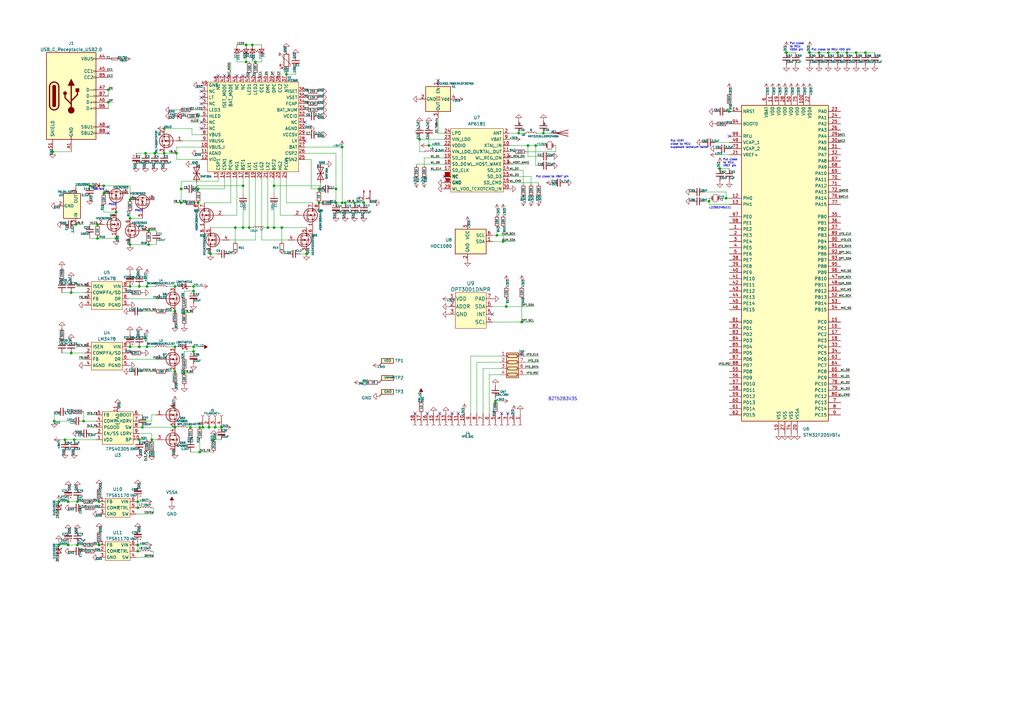
<source format=kicad_sch>
(kicad_sch (version 20221206) (generator eeschema)
  (paper "A3")
  (junction (at 354.965 21.59))
  (junction (at 137.795 83.185))
  (junction (at 322.58 21.59))
  (junction (at 62.23 180.34))
  (junction (at 22.225 172.72))
  (junction (at 71.755 152.4))
  (junction (at 140.335 60.325))
  (junction (at 57.15 117.475))
  (junction (at 34.29 172.72))
  (junction (at 60.325 117.475))
  (junction (at 30.48 180.34))
  (junction (at 60.96 94.615))
  (junction (at 90.805 175.26))
  (junction (at 60.96 100.33))
  (junction (at 100.965 18.415))
  (junction (at 75.565 128.27))
  (junction (at 71.755 117.475))
  (junction (at 40.005 92.075))
  (junction (at 99.695 76.2))
  (junction (at 21.59 62.23))
  (junction (at 213.995 132.08))
  (junction (at 115.57 93.345))
  (junction (at 96.52 93.345))
  (junction (at 74.295 77.47))
  (junction (at 83.185 175.26))
  (junction (at 347.345 21.59))
  (junction (at 57.15 180.34))
  (junction (at 100.965 25.4))
  (junction (at 79.375 119.38))
  (junction (at 56.515 226.06))
  (junction (at 53.34 100.33))
  (junction (at 86.36 104.14))
  (junction (at 81.28 47.625))
  (junction (at 42.545 76.2))
  (junction (at 53.34 117.475))
  (junction (at 351.155 21.59))
  (junction (at 343.535 21.59))
  (junction (at 137.795 77.47))
  (junction (at 60.325 142.24))
  (junction (at 44.45 36.83))
  (junction (at 31.115 92.075))
  (junction (at 103.505 18.415))
  (junction (at 130.81 83.185))
  (junction (at 290.83 82.55))
  (junction (at 203.835 96.52))
  (junction (at 297.815 81.28))
  (junction (at 222.885 54.61))
  (junction (at 40.64 205.74))
  (junction (at 56.515 205.74))
  (junction (at 71.755 127.635))
  (junction (at 299.085 45.72))
  (junction (at 109.855 93.345))
  (junction (at 88.265 175.26))
  (junction (at 31.75 205.74))
  (junction (at 112.395 76.2))
  (junction (at 67.31 52.705))
  (junction (at 58.42 175.26))
  (junction (at 104.775 25.4))
  (junction (at 27.94 223.52))
  (junction (at 53.34 89.535))
  (junction (at 206.375 99.06))
  (junction (at 81.28 83.185))
  (junction (at 112.395 93.345))
  (junction (at 53.34 142.24))
  (junction (at 141.605 83.185))
  (junction (at 295.275 69.215))
  (junction (at 335.915 21.59))
  (junction (at 71.755 175.26))
  (junction (at 56.515 208.28))
  (junction (at 31.75 223.52))
  (junction (at 53.34 81.915))
  (junction (at 203.2 164.465))
  (junction (at 72.39 62.865))
  (junction (at 59.69 62.865))
  (junction (at 29.21 144.78))
  (junction (at 81.28 77.47))
  (junction (at 175.895 59.69))
  (junction (at 56.515 223.52))
  (junction (at 74.295 83.185))
  (junction (at 75.565 153.035))
  (junction (at 140.335 83.185))
  (junction (at 219.71 59.69))
  (junction (at 207.645 125.73))
  (junction (at 145.415 83.185))
  (junction (at 40.005 97.79))
  (junction (at 216.535 59.69))
  (junction (at 29.21 120.015))
  (junction (at 85.725 175.26))
  (junction (at 42.545 79.375))
  (junction (at 24.13 205.74))
  (junction (at 63.5 62.865))
  (junction (at 27.94 205.74))
  (junction (at 78.105 175.26))
  (junction (at 79.375 117.475))
  (junction (at 24.13 223.52))
  (junction (at 71.755 142.24))
  (junction (at 125.73 104.14))
  (junction (at 339.725 21.59))
  (junction (at 47.625 86.995))
  (junction (at 149.225 83.185))
  (junction (at 79.375 142.24))
  (junction (at 172.085 57.15))
  (junction (at 57.15 142.24))
  (junction (at 79.375 144.145))
  (junction (at 102.235 93.345))
  (junction (at 81.915 175.26))
  (junction (at 332.105 21.59))
  (junction (at 81.915 185.42))
  (junction (at 44.45 41.91))
  (junction (at 99.695 93.345))
  (junction (at 47.625 97.79))
  (junction (at 117.475 30.48))
  (junction (at 212.725 54.61))
  (junction (at 36.83 76.2))
  (junction (at 40.64 223.52))
  (junction (at 26.67 180.34))
  (junction (at 67.31 62.865))
  (junction (at 130.81 77.47))
  (junction (at 87.63 180.34))
  (no_connect (at 205.74 169.545))
  (no_connect (at 179.705 33.02))
  (no_connect (at 208.28 169.545))
  (no_connect (at 82.55 42.545))
  (no_connect (at 125.095 50.165))
  (no_connect (at 180.34 169.545))
  (no_connect (at 92.075 31.115))
  (no_connect (at 187.96 169.545))
  (no_connect (at 182.245 72.39))
  (no_connect (at 44.45 54.61))
  (no_connect (at 125.095 57.785))
  (no_connect (at 175.26 169.545))
  (no_connect (at 44.45 52.07))
  (no_connect (at 99.695 31.115))
  (no_connect (at 82.55 37.465))
  (no_connect (at 89.535 31.115))
  (no_connect (at 201.93 128.905))
  (no_connect (at 82.55 50.165))
  (no_connect (at 82.55 40.005))
  (no_connect (at 170.18 169.545))
  (no_connect (at 82.55 52.705))
  (no_connect (at 185.42 169.545))
  (no_connect (at 97.155 31.115))
  (no_connect (at 299.085 55.88))
  (wire (pts (xy 79.375 117.475) (xy 82.55 117.475)))
  (wire (pts (xy 215.265 151.13) (xy 220.98 151.13)))
  (wire (pts (xy 103.505 93.345) (xy 102.235 93.345)))
  (wire (pts (xy 59.69 205.74) (xy 56.515 205.74)))
  (wire (pts (xy 67.31 52.705) (xy 78.74 52.705)))
  (wire (pts (xy 79.375 142.24) (xy 82.55 142.24)))
  (wire (pts (xy 75.565 153.035) (xy 79.375 153.035)))
  (wire (pts (xy 344.805 157.48) (xy 348.615 157.48)))
  (wire (pts (xy 114.935 88.265) (xy 114.935 73.025)))
  (wire (pts (xy 40.64 222.885) (xy 40.64 223.52)))
  (wire (pts (xy 210.82 62.23) (xy 208.915 62.23)))
  (wire (pts (xy 46.355 31.75) (xy 44.45 31.75)))
  (wire (pts (xy 136.525 77.47) (xy 137.795 77.47)))
  (wire (pts (xy 79.375 142.24) (xy 79.375 144.145)))
  (wire (pts (xy 290.83 82.55) (xy 290.83 81.28)))
  (wire (pts (xy 115.57 104.14) (xy 118.11 104.14)))
  (wire (pts (xy 324.485 36.83) (xy 324.485 38.1)))
  (wire (pts (xy 298.45 45.72) (xy 299.085 45.72)))
  (wire (pts (xy 203.835 96.52) (xy 211.455 96.52)))
  (wire (pts (xy 207.645 115.57) (xy 207.645 117.475)))
  (wire (pts (xy 219.71 67.945) (xy 219.71 59.69)))
  (wire (pts (xy 130.81 37.465) (xy 131.445 37.465)))
  (wire (pts (xy 112.395 84.455) (xy 112.395 93.345)))
  (wire (pts (xy 219.71 67.945) (xy 220.98 67.945)))
  (wire (pts (xy 295.275 67.31) (xy 295.275 69.215)))
  (wire (pts (xy 56.515 222.25) (xy 56.515 223.52)))
  (wire (pts (xy 46.355 36.83) (xy 44.45 36.83)))
  (wire (pts (xy 83.185 175.26) (xy 85.725 175.26)))
  (wire (pts (xy 56.515 204.47) (xy 56.515 205.74)))
  (wire (pts (xy 131.445 83.185) (xy 130.81 83.185)))
  (wire (pts (xy 88.265 175.26) (xy 90.805 175.26)))
  (wire (pts (xy 179.705 54.61) (xy 182.245 54.61)))
  (wire (pts (xy 314.325 36.83) (xy 314.325 38.1)))
  (wire (pts (xy 81.915 185.42) (xy 81.915 180.34)))
  (wire (pts (xy 79.375 144.145) (xy 75.565 144.145)))
  (wire (pts (xy 72.39 62.865) (xy 72.39 60.325)))
  (wire (pts (xy 68.58 127.635) (xy 71.755 127.635)))
  (wire (pts (xy 214.63 81.915) (xy 214.63 80.645)))
  (wire (pts (xy 299.085 36.83) (xy 299.085 38.1)))
  (wire (pts (xy 115.57 93.345) (xy 115.57 99.06)))
  (wire (pts (xy 112.395 93.345) (xy 109.855 93.345)))
  (wire (pts (xy 52.705 147.32) (xy 64.135 147.32)))
  (wire (pts (xy 205.74 164.465) (xy 203.2 164.465)))
  (wire (pts (xy 346.71 58.42) (xy 344.805 58.42)))
  (wire (pts (xy 96.52 93.345) (xy 99.695 93.345)))
  (wire (pts (xy 60.325 142.24) (xy 63.5 142.24)))
  (wire (pts (xy 201.93 125.73) (xy 207.645 125.73)))
  (wire (pts (xy 297.815 81.28) (xy 299.085 81.28)))
  (wire (pts (xy 31.75 205.74) (xy 33.655 205.74)))
  (wire (pts (xy 120.65 88.265) (xy 114.935 88.265)))
  (wire (pts (xy 332.105 21.59) (xy 335.915 21.59)))
  (wire (pts (xy 57.15 136.525) (xy 57.15 137.16)))
  (wire (pts (xy 170.815 74.295) (xy 170.815 73.025)))
  (wire (pts (xy 344.805 154.94) (xy 348.615 154.94)))
  (wire (pts (xy 74.295 77.47) (xy 74.295 83.185)))
  (wire (pts (xy 220.345 54.61) (xy 222.885 54.61)))
  (wire (pts (xy 78.74 55.245) (xy 78.74 52.705)))
  (wire (pts (xy 68.58 142.24) (xy 71.755 142.24)))
  (wire (pts (xy 172.085 57.15) (xy 182.245 57.15)))
  (wire (pts (xy 205.105 153.67) (xy 200.66 153.67)))
  (wire (pts (xy 208.915 59.69) (xy 216.535 59.69)))
  (wire (pts (xy 67.31 62.865) (xy 72.39 62.865)))
  (wire (pts (xy 55.88 210.82) (xy 62.865 210.82)))
  (wire (pts (xy 349.25 99.06) (xy 344.805 99.06)))
  (wire (pts (xy 89.535 74.295) (xy 74.295 74.295)))
  (wire (pts (xy 175.895 50.8) (xy 175.895 51.435)))
  (wire (pts (xy 30.48 180.34) (xy 39.37 180.34)))
  (wire (pts (xy 68.58 117.475) (xy 71.755 117.475)))
  (wire (pts (xy 349.25 119.38) (xy 344.805 119.38)))
  (wire (pts (xy 74.93 57.785) (xy 82.55 57.785)))
  (wire (pts (xy 62.23 172.72) (xy 62.23 170.18)))
  (wire (pts (xy 344.805 160.02) (xy 348.615 160.02)))
  (wire (pts (xy 208.915 72.39) (xy 217.805 72.39)))
  (wire (pts (xy 213.995 122.555) (xy 213.995 132.08)))
  (wire (pts (xy 85.725 175.26) (xy 88.265 175.26)))
  (wire (pts (xy 32.385 122.555) (xy 34.925 122.555)))
  (wire (pts (xy 31.115 142.24) (xy 34.925 142.24)))
  (wire (pts (xy 294.64 149.86) (xy 299.085 149.86)))
  (wire (pts (xy 71.755 132.715) (xy 71.755 133.35)))
  (wire (pts (xy 75.565 77.47) (xy 74.295 77.47)))
  (wire (pts (xy 57.15 170.18) (xy 58.42 170.18)))
  (wire (pts (xy 57.15 172.72) (xy 62.23 172.72)))
  (wire (pts (xy 220.98 81.915) (xy 220.98 80.645)))
  (wire (pts (xy 64.135 99.695) (xy 64.135 100.33)))
  (wire (pts (xy 114.935 29.21) (xy 114.935 31.115)))
  (wire (pts (xy 78.105 50.165) (xy 81.28 50.165)))
  (wire (pts (xy 81.28 77.47) (xy 81.28 78.105)))
  (wire (pts (xy 81.915 185.42) (xy 87.63 185.42)))
  (wire (pts (xy 130.81 40.005) (xy 131.445 40.005)))
  (wire (pts (xy 53.34 117.475) (xy 57.15 117.475)))
  (wire (pts (xy 329.565 36.83) (xy 329.565 38.1)))
  (wire (pts (xy 112.395 73.025) (xy 112.395 76.2)))
  (wire (pts (xy 100.965 23.495) (xy 100.965 25.4)))
  (wire (pts (xy 344.805 106.68) (xy 349.25 106.68)))
  (wire (pts (xy 56.515 223.52) (xy 55.88 223.52)))
  (wire (pts (xy 104.775 73.025) (xy 104.775 98.425)))
  (wire (pts (xy 173.99 62.23) (xy 172.085 62.23)))
  (wire (pts (xy 25.4 120.015) (xy 29.21 120.015)))
  (wire (pts (xy 75.565 119.38) (xy 75.565 121.92)))
  (wire (pts (xy 53.34 76.2) (xy 53.34 81.915)))
  (wire (pts (xy 136.525 83.185) (xy 137.795 83.185)))
  (wire (pts (xy 90.805 175.26) (xy 92.075 175.26)))
  (wire (pts (xy 130.81 47.625) (xy 131.445 47.625)))
  (wire (pts (xy 213.995 132.08) (xy 219.075 132.08)))
  (wire (pts (xy 55.88 208.28) (xy 56.515 208.28)))
  (wire (pts (xy 99.695 84.455) (xy 99.695 93.345)))
  (wire (pts (xy 299.085 43.18) (xy 299.085 45.72)))
  (wire (pts (xy 141.605 83.185) (xy 145.415 83.185)))
  (wire (pts (xy 62.865 226.06) (xy 62.865 228.6)))
  (wire (pts (xy 64.135 100.33) (xy 60.96 100.33)))
  (wire (pts (xy 216.535 59.69) (xy 219.71 59.69)))
  (wire (pts (xy 151.765 83.185) (xy 153.035 83.185)))
  (wire (pts (xy 145.415 83.185) (xy 149.225 83.185)))
  (wire (pts (xy 79.375 117.475) (xy 78.105 117.475)))
  (wire (pts (xy 53.34 111.76) (xy 53.34 112.395)))
  (wire (pts (xy 39.37 226.06) (xy 40.64 226.06)))
  (wire (pts (xy 81.915 34.925) (xy 82.55 34.925)))
  (wire (pts (xy 349.25 127) (xy 344.805 127)))
  (wire (pts (xy 109.855 93.345) (xy 108.585 93.345)))
  (wire (pts (xy 87.63 180.34) (xy 90.805 180.34)))
  (wire (pts (xy 27.94 222.885) (xy 27.94 223.52)))
  (wire (pts (xy 29.21 172.72) (xy 22.225 172.72)))
  (wire (pts (xy 81.28 47.625) (xy 81.28 50.165)))
  (wire (pts (xy 35.56 170.18) (xy 39.37 170.18)))
  (wire (pts (xy 203.835 93.345) (xy 203.835 96.52)))
  (wire (pts (xy 46.355 29.21) (xy 44.45 29.21)))
  (wire (pts (xy 58.42 127.635) (xy 63.5 127.635)))
  (wire (pts (xy 81.28 77.47) (xy 92.075 77.47)))
  (wire (pts (xy 131.445 76.2) (xy 131.445 74.93)))
  (wire (pts (xy 71.755 142.24) (xy 73.025 142.24)))
  (wire (pts (xy 79.375 117.475) (xy 79.375 119.38)))
  (wire (pts (xy 133.35 67.31) (xy 131.445 67.31)))
  (wire (pts (xy 31.75 222.885) (xy 31.75 223.52)))
  (wire (pts (xy 71.755 157.48) (xy 71.755 158.115)))
  (wire (pts (xy 210.82 168.91) (xy 210.82 169.545)))
  (wire (pts (xy 94.615 83.185) (xy 94.615 73.025)))
  (wire (pts (xy 201.93 96.52) (xy 203.835 96.52)))
  (wire (pts (xy 104.775 98.425) (xy 93.98 98.425)))
  (wire (pts (xy 27.94 205.105) (xy 27.94 205.74)))
  (wire (pts (xy 346.71 55.88) (xy 344.805 55.88)))
  (wire (pts (xy 92.075 77.47) (xy 92.075 73.025)))
  (wire (pts (xy 203.2 163.195) (xy 203.2 164.465)))
  (wire (pts (xy 31.115 117.475) (xy 34.925 117.475)))
  (wire (pts (xy 208.915 74.93) (xy 220.98 74.93)))
  (wire (pts (xy 173.99 74.295) (xy 173.99 73.025)))
  (wire (pts (xy 290.83 83.82) (xy 290.83 82.55)))
  (wire (pts (xy 215.9 62.23) (xy 227.965 62.23)))
  (wire (pts (xy 344.805 152.4) (xy 348.615 152.4)))
  (wire (pts (xy 75.565 127) (xy 75.565 128.27)))
  (wire (pts (xy 57.15 208.28) (xy 56.515 208.28)))
  (wire (pts (xy 130.81 77.47) (xy 127.635 77.47)))
  (wire (pts (xy 147.955 156.845) (xy 150.495 156.845)))
  (wire (pts (xy 80.645 76.2) (xy 80.645 74.93)))
  (wire (pts (xy 40.64 217.17) (xy 40.64 217.805)))
  (wire (pts (xy 62.23 180.34) (xy 64.135 180.34)))
  (wire (pts (xy 57.15 111.76) (xy 57.15 112.395)))
  (wire (pts (xy 55.88 62.865) (xy 59.69 62.865)))
  (wire (pts (xy 42.545 76.2) (xy 53.34 76.2)))
  (wire (pts (xy 25.4 144.78) (xy 29.21 144.78)))
  (wire (pts (xy 170.815 67.945) (xy 170.815 67.31)))
  (wire (pts (xy 332.105 19.685) (xy 332.105 21.59)))
  (wire (pts (xy 205.105 146.05) (xy 193.04 146.05)))
  (wire (pts (xy 57.15 175.26) (xy 58.42 175.26)))
  (wire (pts (xy 125.73 104.14) (xy 125.73 103.505)))
  (wire (pts (xy 175.895 59.69) (xy 182.245 59.69)))
  (wire (pts (xy 205.105 151.13) (xy 198.12 151.13)))
  (wire (pts (xy 78.74 67.31) (xy 80.645 67.31)))
  (wire (pts (xy 79.375 142.24) (xy 78.105 142.24)))
  (wire (pts (xy 96.52 104.14) (xy 93.98 104.14)))
  (wire (pts (xy 200.66 153.67) (xy 200.66 169.545)))
  (wire (pts (xy 62.23 208.28) (xy 62.865 208.28)))
  (wire (pts (xy 130.81 42.545) (xy 131.445 42.545)))
  (wire (pts (xy 219.71 59.69) (xy 222.885 59.69)))
  (wire (pts (xy 107.315 98.425) (xy 118.11 98.425)))
  (wire (pts (xy 24.13 230.505) (xy 24.13 228.6)))
  (wire (pts (xy 62.23 226.06) (xy 62.865 226.06)))
  (wire (pts (xy 206.375 93.345) (xy 206.375 99.06)))
  (wire (pts (xy 99.695 73.025) (xy 99.695 76.2)))
  (wire (pts (xy 97.155 18.415) (xy 100.965 18.415)))
  (wire (pts (xy 227.965 59.69) (xy 227.965 62.23)))
  (wire (pts (xy 176.53 69.85) (xy 182.245 69.85)))
  (wire (pts (xy 81.915 175.26) (xy 83.185 175.26)))
  (wire (pts (xy 39.37 208.28) (xy 40.64 208.28)))
  (wire (pts (xy 75.565 128.27) (xy 79.375 128.27)))
  (wire (pts (xy 347.345 21.59) (xy 351.155 21.59)))
  (wire (pts (xy 55.88 226.06) (xy 56.515 226.06)))
  (wire (pts (xy 125.095 45.085) (xy 125.73 45.085)))
  (wire (pts (xy 220.98 75.565) (xy 220.98 74.93)))
  (wire (pts (xy 38.735 223.52) (xy 40.64 223.52)))
  (wire (pts (xy 117.475 83.185) (xy 117.475 73.025)))
  (wire (pts (xy 59.69 223.52) (xy 56.515 223.52)))
  (wire (pts (xy 53.34 86.995) (xy 53.34 89.535)))
  (wire (pts (xy 24.13 223.52) (xy 27.94 223.52)))
  (wire (pts (xy 36.83 92.075) (xy 40.005 92.075)))
  (wire (pts (xy 60.325 180.34) (xy 57.15 180.34)))
  (wire (pts (xy 107.315 73.025) (xy 107.315 98.425)))
  (wire (pts (xy 76.835 175.26) (xy 78.105 175.26)))
  (wire (pts (xy 82.55 65.405) (xy 72.39 65.405)))
  (wire (pts (xy 125.095 55.245) (xy 125.73 55.245)))
  (wire (pts (xy 109.855 29.21) (xy 109.855 31.115)))
  (wire (pts (xy 58.42 152.4) (xy 63.5 152.4)))
  (wire (pts (xy 102.235 30.48) (xy 102.235 31.115)))
  (wire (pts (xy 81.915 185.42) (xy 78.105 185.42)))
  (wire (pts (xy 40.005 97.155) (xy 40.005 97.79)))
  (wire (pts (xy 59.69 62.865) (xy 63.5 62.865)))
  (wire (pts (xy 354.965 21.59) (xy 358.775 21.59)))
  (wire (pts (xy 319.405 36.83) (xy 319.405 38.1)))
  (wire (pts (xy 58.42 175.26) (xy 71.755 175.26)))
  (wire (pts (xy 37.465 177.8) (xy 39.37 177.8)))
  (wire (pts (xy 103.505 23.495) (xy 103.505 25.4)))
  (wire (pts (xy 125.73 37.465) (xy 125.095 37.465)))
  (wire (pts (xy 198.12 151.13) (xy 198.12 169.545)))
  (wire (pts (xy 288.925 78.74) (xy 297.815 78.74)))
  (wire (pts (xy 206.375 99.06) (xy 211.455 99.06)))
  (wire (pts (xy 68.58 152.4) (xy 71.755 152.4)))
  (wire (pts (xy 99.695 76.2) (xy 99.695 79.375)))
  (wire (pts (xy 81.28 62.865) (xy 82.55 62.865)))
  (wire (pts (xy 27.94 223.52) (xy 31.75 223.52)))
  (wire (pts (xy 91.44 88.265) (xy 97.155 88.265)))
  (wire (pts (xy 40.64 199.39) (xy 40.64 200.025)))
  (wire (pts (xy 121.285 30.48) (xy 121.285 27.94)))
  (wire (pts (xy 125.73 40.005) (xy 125.095 40.005)))
  (wire (pts (xy 53.34 142.24) (xy 57.15 142.24)))
  (wire (pts (xy 57.15 117.475) (xy 60.325 117.475)))
  (wire (pts (xy 78.105 175.26) (xy 81.915 175.26)))
  (wire (pts (xy 293.37 58.42) (xy 299.085 58.42)))
  (wire (pts (xy 56.515 208.28) (xy 56.515 205.74)))
  (wire (pts (xy 34.29 172.72) (xy 39.37 172.72)))
  (wire (pts (xy 29.21 114.3) (xy 29.21 114.935)))
  (wire (pts (xy 56.515 226.06) (xy 56.515 223.52)))
  (wire (pts (xy 52.705 122.555) (xy 64.135 122.555)))
  (wire (pts (xy 80.645 76.2) (xy 99.695 76.2)))
  (wire (pts (xy 131.445 77.47) (xy 130.81 77.47)))
  (wire (pts (xy 80.645 77.47) (xy 81.28 77.47)))
  (wire (pts (xy 75.565 151.765) (xy 75.565 153.035)))
  (wire (pts (xy 42.545 76.2) (xy 42.545 79.375)))
  (wire (pts (xy 86.36 104.14) (xy 86.36 103.505)))
  (wire (pts (xy 344.805 104.14) (xy 349.25 104.14)))
  (wire (pts (xy 344.805 162.56) (xy 348.615 162.56)))
  (wire (pts (xy 351.155 21.59) (xy 354.965 21.59)))
  (wire (pts (xy 24.13 212.725) (xy 24.13 210.82)))
  (wire (pts (xy 322.58 19.685) (xy 322.58 21.59)))
  (wire (pts (xy 107.315 29.21) (xy 107.315 31.115)))
  (wire (pts (xy 60.325 117.475) (xy 63.5 117.475)))
  (wire (pts (xy 137.795 77.47) (xy 137.795 83.185)))
  (wire (pts (xy 63.5 62.865) (xy 67.31 62.865)))
  (wire (pts (xy 24.13 222.25) (xy 24.13 223.52)))
  (wire (pts (xy 88.9 104.14) (xy 86.36 104.14)))
  (wire (pts (xy 294.005 63.5) (xy 299.085 63.5)))
  (wire (pts (xy 201.93 99.06) (xy 206.375 99.06)))
  (wire (pts (xy 22.225 172.72) (xy 22.225 168.91)))
  (wire (pts (xy 31.75 223.52) (xy 33.655 223.52)))
  (wire (pts (xy 347.98 78.74) (xy 344.805 78.74)))
  (wire (pts (xy 87.63 179.07) (xy 87.63 180.34)))
  (wire (pts (xy 125.095 65.405) (xy 127.635 65.405)))
  (wire (pts (xy 24.765 180.34) (xy 26.67 180.34)))
  (wire (pts (xy 89.535 73.025) (xy 89.535 74.295)))
  (wire (pts (xy 117.475 28.575) (xy 117.475 30.48)))
  (wire (pts (xy 86.36 93.345) (xy 96.52 93.345)))
  (wire (pts (xy 349.25 96.52) (xy 344.805 96.52)))
  (wire (pts (xy 72.39 60.325) (xy 82.55 60.325)))
  (wire (pts (xy 78.74 45.085) (xy 82.55 45.085)))
  (wire (pts (xy 32.385 147.32) (xy 34.925 147.32)))
  (wire (pts (xy 100.965 18.415) (xy 103.505 18.415)))
  (wire (pts (xy 103.505 18.415) (xy 107.315 18.415)))
  (wire (pts (xy 206.375 86.36) (xy 206.375 88.265)))
  (wire (pts (xy 349.25 101.6) (xy 344.805 101.6)))
  (wire (pts (xy 36.83 76.2) (xy 37.465 76.2)))
  (wire (pts (xy 55.88 228.6) (xy 62.865 228.6)))
  (wire (pts (xy 42.545 84.455) (xy 42.545 86.995)))
  (wire (pts (xy 298.45 50.8) (xy 299.085 50.8)))
  (wire (pts (xy 130.81 77.47) (xy 130.81 78.105)))
  (wire (pts (xy 74.295 74.295) (xy 74.295 77.47)))
  (wire (pts (xy 53.34 136.525) (xy 53.34 137.16)))
  (wire (pts (xy 117.475 30.48) (xy 117.475 31.115)))
  (wire (pts (xy 79.375 119.38) (xy 75.565 119.38)))
  (wire (pts (xy 46.355 41.91) (xy 44.45 41.91)))
  (wire (pts (xy 27.94 205.74) (xy 31.75 205.74)))
  (wire (pts (xy 205.105 148.59) (xy 195.58 148.59)))
  (wire (pts (xy 112.395 29.21) (xy 112.395 31.115)))
  (wire (pts (xy 102.235 73.025) (xy 102.235 93.345)))
  (wire (pts (xy 216.535 64.135) (xy 220.98 64.135)))
  (wire (pts (xy 215.265 153.67) (xy 220.98 153.67)))
  (wire (pts (xy 217.17 67.31) (xy 208.915 67.31)))
  (wire (pts (xy 216.535 64.135) (xy 216.535 59.69)))
  (wire (pts (xy 208.915 57.15) (xy 210.82 57.15)))
  (wire (pts (xy 195.58 148.59) (xy 195.58 169.545)))
  (wire (pts (xy 125.095 42.545) (xy 125.73 42.545)))
  (wire (pts (xy 208.915 64.77) (xy 215.265 64.77)))
  (wire (pts (xy 56.515 205.74) (xy 55.88 205.74)))
  (wire (pts (xy 35.56 175.26) (xy 39.37 175.26)))
  (wire (pts (xy 215.265 146.05) (xy 220.98 146.05)))
  (wire (pts (xy 175.895 56.515) (xy 175.895 59.69)))
  (wire (pts (xy 34.29 168.91) (xy 34.29 172.72)))
  (wire (pts (xy 316.865 36.83) (xy 316.865 38.1)))
  (wire (pts (xy 97.155 25.4) (xy 100.965 25.4)))
  (wire (pts (xy 213.36 168.91) (xy 213.36 169.545)))
  (wire (pts (xy 57.15 226.06) (xy 56.515 226.06)))
  (wire (pts (xy 21.59 62.23) (xy 29.21 62.23)))
  (wire (pts (xy 125.73 93.345) (xy 115.57 93.345)))
  (wire (pts (xy 57.15 142.24) (xy 60.325 142.24)))
  (wire (pts (xy 42.545 86.995) (xy 47.625 86.995)))
  (wire (pts (xy 53.34 99.695) (xy 53.34 100.33)))
  (wire (pts (xy 38.735 205.74) (xy 40.64 205.74)))
  (wire (pts (xy 339.725 21.59) (xy 343.535 21.59)))
  (wire (pts (xy 31.115 76.2) (xy 36.83 76.2)))
  (wire (pts (xy 137.795 83.185) (xy 140.335 83.185)))
  (wire (pts (xy 40.64 205.105) (xy 40.64 205.74)))
  (wire (pts (xy 75.565 144.145) (xy 75.565 146.685)))
  (wire (pts (xy 34.29 92.075) (xy 31.115 92.075)))
  (wire (pts (xy 31.75 205.105) (xy 31.75 205.74)))
  (wire (pts (xy 53.34 144.78) (xy 52.705 144.78)))
  (wire (pts (xy 127.635 65.405) (xy 127.635 77.47)))
  (wire (pts (xy 47.625 97.79) (xy 47.625 97.155)))
  (wire (pts (xy 44.45 36.83) (xy 44.45 39.37)))
  (wire (pts (xy 117.475 20.32) (xy 117.475 20.955)))
  (wire (pts (xy 52.705 117.475) (xy 53.34 117.475)))
  (wire (pts (xy 172.085 50.8) (xy 172.085 51.435)))
  (wire (pts (xy 104.775 25.4) (xy 107.315 25.4)))
  (wire (pts (xy 60.325 137.795) (xy 60.325 142.24)))
  (wire (pts (xy 57.15 177.8) (xy 62.23 177.8)))
  (wire (pts (xy 99.695 93.345) (xy 102.235 93.345)))
  (wire (pts (xy 78.74 55.245) (xy 82.55 55.245)))
  (wire (pts (xy 83.82 83.185) (xy 94.615 83.185)))
  (wire (pts (xy 172.72 161.925) (xy 172.72 164.465)))
  (wire (pts (xy 347.98 81.28) (xy 344.805 81.28)))
  (wire (pts (xy 103.505 25.4) (xy 104.775 25.4)))
  (wire (pts (xy 104.775 30.48) (xy 104.775 31.115)))
  (wire (pts (xy 343.535 21.59) (xy 347.345 21.59)))
  (wire (pts (xy 175.26 59.69) (xy 175.895 59.69)))
  (wire (pts (xy 190.5 168.275) (xy 190.5 169.545)))
  (wire (pts (xy 213.995 132.08) (xy 201.93 132.08)))
  (wire (pts (xy 208.915 69.85) (xy 214.63 69.85)))
  (wire (pts (xy 215.265 54.61) (xy 212.725 54.61)))
  (wire (pts (xy 125.095 47.625) (xy 125.73 47.625)))
  (wire (pts (xy 72.39 62.865) (xy 72.39 65.405)))
  (wire (pts (xy 62.865 208.28) (xy 62.865 210.82)))
  (wire (pts (xy 137.795 62.865) (xy 125.095 62.865)))
  (wire (pts (xy 217.805 81.915) (xy 217.805 80.645)))
  (wire (pts (xy 44.45 41.91) (xy 44.45 44.45)))
  (wire (pts (xy 299.085 83.82) (xy 290.83 83.82)))
  (wire (pts (xy 349.25 111.76) (xy 344.805 111.76)))
  (wire (pts (xy 40.005 97.79) (xy 47.625 97.79)))
  (wire (pts (xy 97.155 23.495) (xy 97.155 25.4)))
  (wire (pts (xy 322.58 21.59) (xy 326.39 21.59)))
  (wire (pts (xy 207.645 122.555) (xy 207.645 125.73)))
  (wire (pts (xy 80.645 83.185) (xy 81.28 83.185)))
  (wire (pts (xy 29.21 144.78) (xy 34.925 144.78)))
  (wire (pts (xy 112.395 76.2) (xy 112.395 79.375)))
  (wire (pts (xy 70.485 47.625) (xy 71.12 47.625)))
  (wire (pts (xy 71.755 117.475) (xy 73.025 117.475)))
  (wire (pts (xy 297.815 81.28) (xy 297.815 78.74)))
  (wire (pts (xy 130.81 55.245) (xy 131.445 55.245)))
  (wire (pts (xy 170.815 67.31) (xy 182.245 67.31)))
  (wire (pts (xy 60.325 113.03) (xy 60.325 117.475)))
  (wire (pts (xy 332.105 36.83) (xy 332.105 38.1)))
  (wire (pts (xy 125.095 52.705) (xy 126.365 52.705)))
  (wire (pts (xy 52.705 142.24) (xy 53.34 142.24)))
  (wire (pts (xy 96.52 93.345) (xy 96.52 99.06)))
  (wire (pts (xy 26.67 180.34) (xy 30.48 180.34)))
  (wire (pts (xy 115.57 93.345) (xy 112.395 93.345)))
  (wire (pts (xy 70.485 45.085) (xy 73.66 45.085)))
  (wire (pts (xy 327.025 36.83) (xy 327.025 38.1)))
  (wire (pts (xy 207.645 125.73) (xy 219.075 125.73)))
  (wire (pts (xy 217.805 75.565) (xy 217.805 72.39)))
  (wire (pts (xy 81.28 47.625) (xy 82.55 47.625)))
  (wire (pts (xy 22.225 168.91) (xy 22.86 168.91)))
  (wire (pts (xy 295.275 69.215) (xy 299.085 69.215)))
  (wire (pts (xy 140.335 83.185) (xy 141.605 83.185)))
  (wire (pts (xy 36.83 97.79) (xy 40.005 97.79)))
  (wire (pts (xy 27.94 168.91) (xy 29.21 168.91)))
  (wire (pts (xy 62.23 177.8) (xy 62.23 180.34)))
  (wire (pts (xy 172.085 57.15) (xy 172.085 62.23)))
  (wire (pts (xy 130.81 45.085) (xy 131.445 45.085)))
  (wire (pts (xy 24.13 205.74) (xy 27.94 205.74)))
  (wire (pts (xy 60.96 99.695) (xy 60.96 100.33)))
  (wire (pts (xy 214.63 75.565) (xy 214.63 69.85)))
  (wire (pts (xy 64.135 94.615) (xy 60.96 94.615)))
  (wire (pts (xy 321.945 36.83) (xy 321.945 38.1)))
  (wire (pts (xy 74.295 83.185) (xy 75.565 83.185)))
  (wire (pts (xy 94.615 25.4) (xy 94.615 31.115)))
  (wire (pts (xy 137.795 62.865) (xy 137.795 77.47)))
  (wire (pts (xy 62.23 185.42) (xy 62.23 186.055)))
  (wire (pts (xy 349.25 121.92) (xy 344.805 121.92)))
  (wire (pts (xy 131.445 76.2) (xy 112.395 76.2)))
  (wire (pts (xy 215.265 148.59) (xy 220.98 148.59)))
  (wire (pts (xy 97.155 88.265) (xy 97.155 73.025)))
  (wire (pts (xy 107.315 23.495) (xy 107.315 25.4)))
  (wire (pts (xy 208.915 54.61) (xy 212.725 54.61)))
  (wire (pts (xy 109.855 73.025) (xy 109.855 93.345)))
  (wire (pts (xy 125.095 60.325) (xy 140.335 60.325)))
  (wire (pts (xy 60.96 100.33) (xy 53.34 100.33)))
  (wire (pts (xy 60.325 189.23) (xy 60.325 185.42)))
  (wire (pts (xy 31.115 76.835) (xy 31.115 76.2)))
  (wire (pts (xy 140.335 60.325) (xy 140.335 83.185)))
  (wire (pts (xy 335.915 21.59) (xy 339.725 21.59)))
  (wire (pts (xy 49.53 24.13) (xy 50.8 24.13)))
  (wire (pts (xy 29.21 120.015) (xy 34.925 120.015)))
  (wire (pts (xy 203.835 86.36) (xy 203.835 88.265)))
  (wire (pts (xy 349.25 116.84) (xy 344.805 116.84)))
  (wire (pts (xy 295.91 81.28) (xy 297.815 81.28)))
  (wire (pts (xy 128.27 83.185) (xy 117.475 83.185)))
  (wire (pts (xy 123.19 104.14) (xy 125.73 104.14)))
  (wire (pts (xy 179.705 48.26) (xy 179.705 54.61)))
  (wire (pts (xy 53.34 120.015) (xy 52.705 120.015)))
  (wire (pts (xy 36.83 97.155) (xy 36.83 97.79)))
  (wire (pts (xy 288.925 82.55) (xy 290.83 82.55)))
  (wire (pts (xy 71.12 83.185) (xy 74.295 83.185)))
  (wire (pts (xy 172.085 56.515) (xy 172.085 57.15)))
  (wire (pts (xy 100.965 25.4) (xy 102.235 25.4)))
  (wire (pts (xy 53.34 89.535) (xy 58.42 89.535)))
  (wire (pts (xy 117.475 30.48) (xy 121.285 30.48)))
  (wire (pts (xy 193.04 146.05) (xy 193.04 169.545)))
  (wire (pts (xy 222.885 54.61) (xy 225.425 54.61)))
  (wire (pts (xy 349.25 114.3) (xy 344.805 114.3)))
  (wire (pts (xy 62.23 170.18) (xy 64.135 170.18)))
  (wire (pts (xy 179.07 62.23) (xy 182.245 62.23)))
  (wire (pts (xy 213.995 115.57) (xy 213.995 117.475)))
  (wire (pts (xy 173.99 64.77) (xy 182.245 64.77)))
  (wire (pts (xy 173.99 67.945) (xy 173.99 64.77)))
  (text "Put close\nto MCU\nVDDA pin" (at 323.85 20.955 0) (effects (font (size 0.8 0.8)) (justify left bottom)))
  (text "Put VERY\nclose to MCU\nsupposed tantalum better" (at 274.955 60.96 0) (effects (font (size 0.8 0.8)) (justify left bottom)))
  (text "Put close\nto MCU\nVREF pin" (at 296.545 68.58 0) (effects (font (size 0.8 0.8)) (justify left bottom)))
  (text "SOD-523" (at 38.1 78.105 0) (effects (font (size 0.64 0.64)) (justify left bottom)))
  (text "Put close to MCU VDD pin" (at 332.74 20.955 0) (effects (font (size 0.8 0.8)) (justify left bottom)))
  (text "BZT52B3V3S" (at 224.79 164.465 0) (effects (font (size 1.27 1.27)) (justify left bottom)))
  (text "PMOS" (at 55.245 86.995 0) (effects (font (size 0.8 0.8)) (justify left bottom)))
  (text "L225S240U11L" (at 290.83 85.725 0) (effects (font (size 0.8 0.8)) (justify left bottom)))
  (text "Put close to VBAT pin" (at 219.71 73.025 0) (effects (font (size 0.8 0.8)) (justify left bottom)))
  (text "PMOS" (at 44.45 84.455 0) (effects (font (size 0.8 0.8)) (justify left bottom)))
  (label "VB_R" (at 142.24 83.185 0) (effects (font (size 0.8 0.8))))
  (label "32.768kHz" (at 179.705 48.26 270) (effects (font (size 0.8 0.8))))
  (label "30VSW" (at 59.055 228.6 0) (effects (font (size 0.8 0.8))))
  (label "WL_HOST_WAKE" (at 217.17 67.31 180) (effects (font (size 0.8 0.8))))
  (label "VFD_RST" (at 220.98 153.67 180) (effects (font (size 0.8 0.8))))
  (label "VFD_CS" (at 220.98 148.59 180) (effects (font (size 0.8 0.8))))
  (label "MIC_WS" (at 349.25 119.38 180) (effects (font (size 0.8 0.8))))
  (label "VFD_CLK" (at 220.98 146.05 180) (effects (font (size 0.8 0.8))))
  (label "DAC1" (at 346.71 55.88 180) (effects (font (size 0.8 0.8))))
  (label "CC2" (at 114.935 29.21 270) (effects (font (size 0.8 0.8))))
  (label "WL_D0" (at 176.53 67.31 0) (effects (font (size 0.8 0.8))))
  (label "WL_D0" (at 348.615 152.4 180) (effects (font (size 0.8 0.8))))
  (label "OPT_SDA" (at 219.075 125.73 180) (effects (font (size 0.8 0.8))))
  (label "BAT_MODE" (at 94.615 25.4 270) (effects (font (size 0.8 0.8))))
  (label "VFD_CLK" (at 349.25 96.52 180) (effects (font (size 0.8 0.8))))
  (label "HLED" (at 36.83 92.075 0) (effects (font (size 0.8 0.8))))
  (label "SWCLK" (at 347.98 81.28 180) (effects (font (size 0.8 0.8))))
  (label "MIC_SCK" (at 349.25 121.92 180) (effects (font (size 0.8 0.8))))
  (label "WL_D2" (at 348.615 157.48 180) (effects (font (size 0.8 0.8))))
  (label "OPT_SCL" (at 349.25 104.14 180) (effects (font (size 0.8 0.8))))
  (label "ISEN_60" (at 59.055 152.4 0) (effects (font (size 0.8 0.8))))
  (label "15VSW" (at 59.055 210.82 0) (effects (font (size 0.8 0.8))))
  (label "DP" (at 46.355 41.91 180) (effects (font (size 0.8 0.8))))
  (label "VFD_RST" (at 294.64 149.86 0) (effects (font (size 0.8 0.8))))
  (label "VB_S" (at 69.215 62.865 0) (effects (font (size 0.8 0.8))))
  (label "BAT_MODE" (at 64.135 94.615 180) (effects (font (size 0.8 0.8))))
  (label "30VSW" (at 24.13 230.505 90) (effects (font (size 0.8 0.8))))
  (label "HLED" (at 78.105 50.165 0) (effects (font (size 0.8 0.8))))
  (label "HUM_SDA" (at 211.455 99.06 180) (effects (font (size 0.8 0.8))))
  (label "WL_D1" (at 176.53 64.77 0) (effects (font (size 0.8 0.8))))
  (label "WL_CMD" (at 348.615 162.56 180) (effects (font (size 0.8 0.8))))
  (label "WL_CLK" (at 176.53 69.85 0) (effects (font (size 0.8 0.8))))
  (label "VFD_CS" (at 349.25 99.06 180) (effects (font (size 0.8 0.8))))
  (label "3V3_FB" (at 86.36 185.42 180) (effects (font (size 0.8 0.8))))
  (label "OPT_SCL" (at 219.075 132.08 180) (effects (font (size 0.8 0.8))))
  (label "ISEN_60" (at 31.115 142.24 0) (effects (font (size 0.8 0.8))))
  (label "VFD_DATA" (at 349.25 101.6 180) (effects (font (size 0.8 0.8))))
  (label "HUM_SDA" (at 349.25 116.84 180) (effects (font (size 0.8 0.8))))
  (label "DN" (at 109.855 29.21 270) (effects (font (size 0.8 0.8))))
  (label "WL_D3" (at 348.615 160.02 180) (effects (font (size 0.8 0.8))))
  (label "CC1" (at 52.705 79.375 180) (effects (font (size 0.8 0.8))))
  (label "VB_S" (at 71.12 83.185 0) (effects (font (size 0.8 0.8))))
  (label "MIC_SD" (at 349.25 111.76 180) (effects (font (size 0.8 0.8))))
  (label "WL_REG_ON" (at 215.265 64.77 180) (effects (font (size 0.8 0.8))))
  (label "3v3_PG" (at 60.325 189.23 90) (effects (font (size 0.8 0.8))))
  (label "3V3_FB" (at 35.56 170.18 0) (effects (font (size 0.8 0.8))))
  (label "DN" (at 46.355 36.83 180) (effects (font (size 0.8 0.8))))
  (label "HUM_SCK" (at 349.25 114.3 180) (effects (font (size 0.8 0.8))))
  (label "CC1" (at 107.315 29.21 270) (effects (font (size 0.8 0.8))))
  (label "CC2" (at 63.5 81.915 180) (effects (font (size 0.8 0.8))))
  (label "WL_CMD" (at 208.915 74.93 0) (effects (font (size 0.8 0.8))))
  (label "CC2" (at 46.355 31.75 180) (effects (font (size 0.8 0.8))))
  (label "WL_D1" (at 348.615 154.94 180) (effects (font (size 0.8 0.8))))
  (label "OPT_SDA" (at 349.25 106.68 180) (effects (font (size 0.8 0.8))))
  (label "DP" (at 112.395 29.21 270) (effects (font (size 0.8 0.8))))
  (label "15VSW" (at 24.13 212.725 90) (effects (font (size 0.8 0.8))))
  (label "ISEN_90" (at 31.115 117.475 0) (effects (font (size 0.8 0.8))))
  (label "MIC_SD" (at 349.25 127 180) (effects (font (size 0.8 0.8))))
  (label "3v3_PG" (at 35.56 175.26 0) (effects (font (size 0.8 0.8))))
  (label "WL_D3" (at 208.915 72.39 0) (effects (font (size 0.8 0.8))))
  (label "FB_90" (at 32.385 122.555 0) (effects (font (size 0.8 0.8))))
  (label "VB_R" (at 34.29 92.075 180) (effects (font (size 0.8 0.8))))
  (label "FB_90" (at 79.375 128.27 180) (effects (font (size 0.8 0.8))))
  (label "LED3" (at 97.155 18.415 0) (effects (font (size 0.8 0.8))))
  (label "CC1" (at 46.355 29.21 180) (effects (font (size 0.8 0.8))))
  (label "DAC2" (at 346.71 58.42 180) (effects (font (size 0.8 0.8))))
  (label "WL_D2" (at 208.915 69.85 0) (effects (font (size 0.8 0.8))))
  (label "SWDIO" (at 347.98 78.74 180) (effects (font (size 0.8 0.8))))
  (label "ISEN_90" (at 59.055 127.635 0) (effects (font (size 0.8 0.8))))
  (label "FB_60" (at 79.375 153.035 180) (effects (font (size 0.8 0.8))))
  (label "LED3" (at 80.01 45.085 0) (effects (font (size 0.8 0.8))))
  (label "VFD_DATA" (at 220.98 151.13 180) (effects (font (size 0.8 0.8))))
  (label "HUM_SCK" (at 211.455 96.52 180) (effects (font (size 0.8 0.8))))
  (label "FB_60" (at 32.385 147.32 0) (effects (font (size 0.8 0.8))))
  (symbol (lib_id "power:GND") (at 321.945 177.8 0) (unit 1)
    (property "Reference" "#PWR?" (effects hide))
    (property "Value" "GND" (effects hide))
  )
  (symbol (lib_id "power:GND") (at 283.845 82.55 270) (unit 1)
    (property "Reference" "#PWR?" (effects hide))
    (property "Value" "GND" (effects hide))
  )
  (symbol (lib_id "Device:R_Small") (at 96.52 101.6 0) (unit 1)
    (property "Reference" "R11" (at 97.79 101.6 0) (effects (font (size 0.8 0.8)) (justify left)))
    (property "Value" "2" (at 96.52 102.87 90) (effects (font (size 0.8 0.8)) (justify left)))
  )
  (symbol (lib_id "Project_Symbols:LM3478") (at 43.815 140.335 0) (unit 1)
    (property "Reference" "U4" (at 43.815 136.525 0))
    (property "Value" "LM3478" (at 43.815 139.065 0))
  )
  (symbol (lib_id "power:GND") (at 58.42 120.015 90) (unit 1)
    (property "Reference" "#PWR?" (effects hide))
    (property "Value" "GND" (effects hide))
  )
  (symbol (lib_id "Device:C_Small") (at 175.895 53.975 0) (unit 1)
    (property "Reference" "C44" (at 175.26 55.88 90) (effects (font (size 0.8 0.8))))
    (property "Value" "4.7uF" (at 175.26 51.435 90) (effects (font (size 0.8 0.8))))
  )
  (symbol (lib_id "Project_Symbols:TPS61170") (at 48.26 222.25 0) (unit 1)
    (property "Reference" "U11" (at 48.26 218.44 0))
    (property "Value" "TPS61170" (at 48.26 220.98 0))
  )
  (symbol (lib_id "Device:L_Small") (at 59.69 208.28 90) (unit 1)
    (property "Reference" "L7" (at 57.785 207.01 90) (effects (font (size 0.8 0.8))))
    (property "Value" "15uH" (at 60.325 207.01 90) (effects (font (size 0.8 0.8))))
  )
  (symbol (lib_id "Device:C_Small") (at 55.88 127.635 90) (unit 1)
    (property "Reference" "C40" (at 53.975 127 90) (effects (font (size 0.8 0.8))))
    (property "Value" "10pF" (at 57.785 127 90) (effects (font (size 0.8 0.8))))
  )
  (symbol (lib_id "Device:C_Small") (at 78.105 77.47 90) (unit 1)
    (property "Reference" "C8" (at 76.2 76.835 90) (effects (font (size 0.8 0.8))))
    (property "Value" "1uF" (at 80.01 76.835 90) (effects (font (size 0.8 0.8))))
  )
  (symbol (lib_id "power:GND") (at 212.725 49.53 180) (unit 1)
    (property "Reference" "#PWR?" (effects hide))
    (property "Value" "GND" (effects hide))
  )
  (symbol (lib_id "Device:D_TVS") (at 131.445 71.12 90) (mirror x) (unit 1)
    (property "Reference" "D7" (at 130.81 67.945 90) (effects (font (size 0.8 0.8))))
    (property "Value" "SMF30A" (at 133.985 71.12 0) (effects (font (size 0.8 0.8))))
  )
  (symbol (lib_id "Device:C_Small") (at 25.4 117.475 0) (unit 1)
    (property "Reference" "C37" (at 25.4 116.205 0) (effects (font (size 0.8 0.8)) (justify left)))
    (property "Value" "39pF" (at 24.765 116.84 90) (effects (font (size 0.8 0.8)) (justify left)))
  )
  (symbol (lib_id "power:GND") (at 52.705 125.095 90) (unit 1)
    (property "Reference" "#PWR?" (effects hide))
    (property "Value" "GND" (effects hide))
  )
  (symbol (lib_id "power:GND") (at 79.375 124.46 0) (unit 1)
    (property "Reference" "#PWR?" (effects hide))
    (property "Value" "GND" (effects hide))
  )
  (symbol (lib_id "power:GND") (at 324.485 177.8 0) (unit 1)
    (property "Reference" "#PWR?" (effects hide))
    (property "Value" "GND" (effects hide))
  )
  (symbol (lib_id "power:GND") (at 131.445 40.005 90) (unit 1)
    (property "Reference" "#PWR?" (effects hide))
    (property "Value" "GND" (at 130.175 39.37 90) (effects (font (size 0.8 0.8)) (justify right)))
  )
  (symbol (lib_id "Device:C_Small") (at 34.925 177.8 90) (mirror x) (unit 1)
    (property "Reference" "C24" (at 34.29 178.435 90) (effects (font (size 0.8 0.8)) (justify left)))
    (property "Value" "3.3nF" (at 39.37 178.435 90) (effects (font (size 0.8 0.8)) (justify left)))
  )
  (symbol (lib_id "Device:LED_Small") (at 107.315 20.955 90) (unit 1)
    (property "Reference" "D5" (at 107.95 23.495 0) (effects (font (size 0.8 0.8)) (justify left)))
    (property "Value" "FUL" (at 106.68 24.13 0) (effects (font (size 0.8 0.8)) (justify left)))
  )
  (symbol (lib_id "power:GND") (at 322.58 26.67 0) (unit 1)
    (property "Reference" "#PWR?" (effects hide))
    (property "Value" "GND" (effects hide))
  )
  (symbol (lib_id "power:GND") (at 172.085 40.64 270) (unit 1)
    (property "Reference" "#PWR?" (effects hide))
    (property "Value" "GND" (effects hide))
  )
  (symbol (lib_id "power:+BATT") (at 24.765 180.34 90) (unit 1)
    (property "Reference" "#PWR?" (effects hide))
    (property "Value" "+BATT" (at 24.13 182.245 0) (effects (font (size 0.8 0.8))))
  )
  (symbol (lib_id "Device:C_Small") (at 36.83 94.615 0) (mirror y) (unit 1)
    (property "Reference" "C20" (at 36.83 93.345 0) (effects (font (size 0.8 0.8)) (justify left)))
    (property "Value" "100nF" (at 36.83 95.885 0) (effects (font (size 0.8 0.8)) (justify left)))
  )
  (symbol (lib_id "Device:D_Schottky_Small") (at 24.13 208.28 270) (unit 1)
    (property "Reference" "D11" (at 23.495 206.375 0) (effects (font (size 0.8 0.8))))
    (property "Value" "CUS10S30" (at 22.225 208.28 0) (effects (font (size 0.8 0.8))))
  )
  (symbol (lib_id "power:GND") (at 36.83 81.28 0) (unit 1)
    (property "Reference" "#PWR?" (effects hide))
    (property "Value" "GND" (at 37.465 80.01 90) (effects (font (size 0.8 0.8)) (justify right)))
  )
  (symbol (lib_id "power:+BATT") (at 60.325 113.03 0) (unit 1)
    (property "Reference" "#PWR?" (effects hide))
    (property "Value" "+BATT" (at 59.69 115.57 90) (effects (font (size 0.8 0.8)) (justify left)))
  )
  (symbol (lib_id "Device:C_Small") (at 31.75 220.345 0) (unit 1)
    (property "Reference" "C73" (at 31.75 219.075 0) (effects (font (size 0.8 0.8)) (justify left)))
    (property "Value" "4.7uF" (at 31.75 221.615 0) (effects (font (size 0.8 0.8)) (justify left)))
  )
  (symbol (lib_id "Device:R_Small") (at 206.375 90.805 0) (unit 1)
    (property "Reference" "R44" (at 207.01 95.25 90) (effects (font (size 0.8 0.8)) (justify left)))
    (property "Value" "10K" (at 206.375 92.075 90) (effects (font (size 0.8 0.8)) (justify left)))
  )
  (symbol (lib_id "Device:C_Small") (at 295.275 71.755 0) (unit 1)
    (property "Reference" "C62" (at 295.275 70.485 0) (effects (font (size 0.8 0.8)) (justify left)))
    (property "Value" "10nF" (at 295.275 73.025 0) (effects (font (size 0.8 0.8)) (justify left)))
  )
  (symbol (lib_id "power:GND") (at 23.495 84.455 270) (unit 1)
    (property "Reference" "#PWR?" (effects hide))
    (property "Value" "GND" (at 24.765 85.09 90) (effects (font (size 0.8 0.8)) (justify right)))
  )
  (symbol (lib_id "Device:C_Small") (at 295.91 45.72 90) (unit 1)
    (property "Reference" "C64" (at 294.005 45.085 90) (effects (font (size 0.8 0.8))))
    (property "Value" "1uF" (at 297.815 45.085 90) (effects (font (size 0.8 0.8))))
  )
  (symbol (lib_id "Device:LED_Small") (at 73.66 47.625 0) (unit 1)
    (property "Reference" "D1" (at 75.565 46.99 0) (effects (font (size 0.8 0.8))))
    (property "Value" "FAST" (at 71.12 46.99 0) (effects (font (size 0.8 0.8))))
  )
  (symbol (lib_id "Connector:Conn_01x18_Female") (at 193.04 174.625 270) (unit 1)
    (property "Reference" "J4" (at 191.77 177.8 90))
    (property "Value" "VFD_SIG" (at 191.77 179.07 90) (effects (font (size 0.8 0.8))))
  )
  (symbol (lib_id "power:GND") (at 34.925 125.095 270) (unit 1)
    (property "Reference" "#PWR?" (effects hide))
    (property "Value" "GND" (effects hide))
  )
  (symbol (lib_id "Device:LED_Small") (at 103.505 20.955 270) (unit 1)
    (property "Reference" "D4" (at 102.87 22.225 0) (effects (font (size 0.8 0.8)) (justify left)))
    (property "Value" "75%" (at 104.14 22.225 0) (effects (font (size 0.8 0.8)) (justify left)))
  )
  (symbol (lib_id "Device:R_Small") (at 60.96 97.155 0) (mirror x) (unit 1)
    (property "Reference" "R18" (at 59.055 99.695 0) (effects (font (size 0.8 0.8))))
    (property "Value" "1M" (at 60.96 97.155 90) (effects (font (size 0.8 0.8))))
  )
  (symbol (lib_id "Device:Q_NMOS_GSD") (at 69.215 122.555 0) (unit 1)
    (property "Reference" "Q8" (at 66.675 120.65 0) (effects (font (size 0.8 0.8)) (justify left)))
    (property "Value" "FS5N10S" (at 62.865 121.92 0) (effects (font (size 0.8 0.8)) (justify left)))
  )
  (symbol (lib_id "Device:C_Small") (at 121.285 25.4 0) (unit 1)
    (property "Reference" "C1" (at 121.285 26.67 0) (effects (font (size 0.8 0.8)) (justify left)))
    (property "Value" "100nF" (at 120.65 29.845 90) (effects (font (size 0.8 0.8)) (justify left)))
  )
  (symbol (lib_id "power:GND") (at 141.605 88.265 0) (unit 1)
    (property "Reference" "#PWR?" (effects hide))
    (property "Value" "GND" (at 140.97 88.265 90) (effects (font (size 0.8 0.8))))
  )
  (symbol (lib_id "Device:C_Small") (at 25.4 142.24 0) (unit 1)
    (property "Reference" "C34" (at 25.4 140.97 0) (effects (font (size 0.8 0.8)) (justify left)))
    (property "Value" "47pF" (at 24.765 141.605 90) (effects (font (size 0.8 0.8)) (justify left)))
  )
  (symbol (lib_id "Project_Symbols:LM3478") (at 43.815 115.57 0) (unit 1)
    (property "Reference" "U5" (at 43.815 111.76 0))
    (property "Value" "LM3478" (at 43.815 114.3 0))
  )
  (symbol (lib_id "Device:C_Small") (at 36.83 78.74 0) (mirror y) (unit 1)
    (property "Reference" "C19" (at 36.83 77.47 0) (effects (font (size 0.8 0.8)) (justify left)))
    (property "Value" "2.2uF" (at 36.83 80.01 0) (effects (font (size 0.8 0.8)) (justify left)))
  )
  (symbol (lib_id "Connector:Conn_01x02_Male") (at 151.765 78.105 270) (unit 1)
    (property "Reference" "J2" (at 146.05 81.28 90) (effects (font (size 0.8 0.8)) (justify left)))
    (property "Value" "BATT" (at 146.05 82.55 90) (effects (font (size 0.8 0.8)) (justify left)))
  )
  (symbol (lib_id "power:GND") (at 131.445 45.085 90) (unit 1)
    (property "Reference" "#PWR?" (effects hide))
    (property "Value" "GND" (at 130.175 44.45 90) (effects (font (size 0.8 0.8)) (justify right)))
  )
  (symbol (lib_id "Device:R_Small") (at 75.565 124.46 180) (unit 1)
    (property "Reference" "R35" (at 74.93 121.285 90) (effects (font (size 0.8 0.8))))
    (property "Value" "1.4M" (at 75.565 124.46 90) (effects (font (size 0.8 0.8))))
  )
  (symbol (lib_id "power:GND") (at 71.755 133.35 0) (unit 1)
    (property "Reference" "#PWR?" (effects hide))
    (property "Value" "GND" (effects hide))
  )
  (symbol (lib_id "power:+3V3") (at 213.995 115.57 0) (unit 1)
    (property "Reference" "#PWR?" (effects hide))
    (property "Value" "+3V3" (at 214.63 116.205 90) (effects (font (size 0.8 0.8))))
  )
  (symbol (lib_id "Device:R_Small") (at 203.835 90.805 0) (unit 1)
    (property "Reference" "R43" (at 204.47 95.25 90) (effects (font (size 0.8 0.8)) (justify left)))
    (property "Value" "10K" (at 203.835 92.075 90) (effects (font (size 0.8 0.8)) (justify left)))
  )
  (symbol (lib_id "Device:R_Small") (at 53.34 84.455 180) (unit 1)
    (property "Reference" "R17" (at 52.705 87.63 90) (effects (font (size 0.8 0.8))))
    (property "Value" "10K" (at 53.34 84.455 90) (effects (font (size 0.8 0.8))))
  )
  (symbol (lib_id "power:GND") (at 137.795 88.265 0) (unit 1)
    (property "Reference" "#PWR?" (effects hide))
    (property "Value" "GND" (at 137.16 88.265 90) (effects (font (size 0.8 0.8))))
  )
  (symbol (lib_id "Device:C_Small") (at 128.27 55.245 90) (unit 1)
    (property "Reference" "C7" (at 126.365 54.61 90) (effects (font (size 0.8 0.8))))
    (property "Value" "2.2uF" (at 130.81 54.61 90) (effects (font (size 0.8 0.8))))
  )
  (symbol (lib_id "Device:C_Small") (at 99.695 81.915 0) (unit 1)
    (property "Reference" "C10" (at 99.06 85.09 90) (effects (font (size 0.8 0.8)) (justify left)))
    (property "Value" "100nF" (at 100.33 86.36 90) (effects (font (size 0.8 0.8)) (justify left)))
  )
  (symbol (lib_id "power:GND") (at 40.64 199.39 180) (unit 1)
    (property "Reference" "#PWR?" (effects hide))
    (property "Value" "GND" (at 41.275 199.39 90) (effects (font (size 0.8 0.8))))
  )
  (symbol (lib_id "power:GND") (at 131.445 42.545 90) (unit 1)
    (property "Reference" "#PWR?" (effects hide))
    (property "Value" "GND" (at 130.175 41.91 90) (effects (font (size 0.8 0.8)) (justify right)))
  )
  (symbol (lib_id "power:GND") (at 283.845 78.74 270) (unit 1)
    (property "Reference" "#PWR?" (effects hide))
    (property "Value" "GND" (effects hide))
  )
  (symbol (lib_id "Device:R_Small") (at 42.545 81.915 180) (unit 1)
    (property "Reference" "R15" (at 41.91 85.09 90) (effects (font (size 0.8 0.8))))
    (property "Value" "10K" (at 42.545 81.915 90) (effects (font (size 0.8 0.8))))
  )
  (symbol (lib_id "Device:C_Small") (at 57.15 139.7 0) (unit 1)
    (property "Reference" "C32" (at 57.15 138.43 0) (effects (font (size 0.8 0.8)) (justify left)))
    (property "Value" "100nF" (at 56.515 139.065 90) (effects (font (size 0.8 0.8)) (justify left)))
  )
  (symbol (lib_id "Device:R_Small") (at 128.27 45.085 90) (unit 1)
    (property "Reference" "R7" (at 125.73 44.45 90) (effects (font (size 0.8 0.8))))
    (property "Value" "9.1K" (at 128.27 45.085 90) (effects (font (size 0.8 0.8))))
  )
  (symbol (lib_id "Connector:Conn_01x04_Female") (at 85.725 170.18 90) (unit 1)
    (property "Reference" "J3" (at 86.995 168.275 90) (effects (font (size 0.8 0.8))))
    (property "Value" "FILAMENT+" (at 86.995 169.545 90) (effects (font (size 0.8 0.8))))
  )
  (symbol (lib_id "power:GND") (at 29.21 139.7 180) (unit 1)
    (property "Reference" "#PWR?" (effects hide))
    (property "Value" "GND" (effects hide))
  )
  (symbol (lib_id "power:GND") (at 53.34 100.33 0) (unit 1)
    (property "Reference" "#PWR?" (effects hide))
    (property "Value" "GND" (at 52.705 97.79 90) (effects (font (size 0.8 0.8)) (justify right)))
  )
  (symbol (lib_id "power:+3V3") (at 295.275 67.31 0) (unit 1)
    (property "Reference" "#PWR?" (effects hide))
    (property "Value" "+3V3" (at 294.64 67.945 90) (effects (font (size 0.8 0.8))))
  )
  (symbol (lib_id "Device:Crystal_Small") (at 293.37 81.28 0) (unit 1)
    (property "Reference" "Y2" (at 295.91 81.915 0) (effects (font (size 0.8 0.8))))
    (property "Value" "24M" (at 295.91 80.645 0) (effects (font (size 0.8 0.8))))
  )
  (symbol (lib_id "Device:Q_NMOS_GSD") (at 69.215 147.32 0) (unit 1)
    (property "Reference" "Q7" (at 66.675 145.415 0) (effects (font (size 0.8 0.8)) (justify left)))
    (property "Value" "FS5N10S" (at 62.865 146.685 0) (effects (font (size 0.8 0.8)) (justify left)))
  )
  (symbol (lib_id "Device:C_Small") (at 354.965 24.13 0) (unit 1)
    (property "Reference" "C56" (at 354.965 22.86 0) (effects (font (size 0.8 0.8)) (justify left)))
    (property "Value" "100nF" (at 354.965 25.4 0) (effects (font (size 0.8 0.8)) (justify left)))
  )
  (symbol (lib_id "power:GND") (at 339.725 26.67 0) (unit 1)
    (property "Reference" "#PWR?" (effects hide))
    (property "Value" "GND" (effects hide))
  )
  (symbol (lib_id "Device:C_Small") (at 120.65 104.14 270) (mirror x) (unit 1)
    (property "Reference" "C12" (at 122.555 102.87 90) (effects (font (size 0.8 0.8))))
    (property "Value" "2.2nF" (at 118.11 103.505 90) (effects (font (size 0.8 0.8))))
  )
  (symbol (lib_id "Device:D_Small") (at 40.005 76.2 180) (unit 1)
    (property "Reference" "D8" (at 38.1 76.835 0) (effects (font (size 0.8 0.8))))
    (property "Value" "1SS355WT T4" (at 34.925 75.565 0) (effects (font (size 0.8 0.8))))
  )
  (symbol (lib_id "power:GND") (at 222.885 49.53 180) (unit 1)
    (property "Reference" "#PWR?" (effects hide))
    (property "Value" "GND" (effects hide))
  )
  (symbol (lib_id "Device:R_Small") (at 40.64 202.565 0) (unit 1)
    (property "Reference" "R54" (at 39.37 205.105 0) (effects (font (size 0.8 0.8))))
    (property "Value" "10K5" (at 40.64 202.565 90) (effects (font (size 0.8 0.8))))
  )
  (symbol (lib_id "power:GND") (at 172.085 50.8 180) (unit 1)
    (property "Reference" "#PWR?" (effects hide))
    (property "Value" "GND" (effects hide))
  )
  (symbol (lib_id "Device:C_Small") (at 57.15 182.88 0) (unit 1)
    (property "Reference" "C28" (at 57.15 181.61 0) (effects (font (size 0.8 0.8)) (justify left)))
    (property "Value" "220nF" (at 53.34 184.15 0) (effects (font (size 0.8 0.8)) (justify left)))
  )
  (symbol (lib_id "power:+3V3") (at 217.805 81.915 0) (mirror x) (unit 1)
    (property "Reference" "#PWR?" (effects hide))
    (property "Value" "+3V3" (at 218.44 80.01 90) (effects (font (size 0.8 0.8)) (justify left)))
  )
  (symbol (lib_id "Device:R_Small") (at 217.805 78.105 180) (unit 1)
    (property "Reference" "R40" (at 217.17 80.01 90) (effects (font (size 0.8 0.8)) (justify left)))
    (property "Value" "20K" (at 217.805 76.835 90) (effects (font (size 0.8 0.8)) (justify left)))
  )
  (symbol (lib_id "Device:C_Small") (at 133.985 77.47 270) (mirror x) (unit 1)
    (property "Reference" "C11" (at 135.89 76.835 90) (effects (font (size 0.8 0.8))))
    (property "Value" "1uF" (at 132.08 76.835 90) (effects (font (size 0.8 0.8))))
  )
  (symbol (lib_id "Device:C_Polarized_Small") (at 53.34 114.935 180) (unit 1)
    (property "Reference" "C39" (at 50.8 113.665 0) (effects (font (size 0.8 0.8)) (justify right)))
    (property "Value" "68uF" (at 53.34 113.665 0) (effects (font (size 0.8 0.8)) (justify right)))
  )
  (symbol (lib_id "Device:C_Small") (at 322.58 24.13 0) (unit 1)
    (property "Reference" "C57" (at 322.58 22.86 0) (effects (font (size 0.8 0.8)) (justify left)))
    (property "Value" "10nF" (at 322.58 25.4 0) (effects (font (size 0.8 0.8)) (justify left)))
  )
  (symbol (lib_id "Device:C_Small") (at 203.2 160.655 0) (unit 1)
    (property "Reference" "C67" (at 205.105 160.655 0) (effects (font (size 0.8 0.8)) (justify left)))
    (property "Value" "104/25V" (at 203.2 161.925 0) (effects (font (size 0.8 0.8)) (justify left)))
  )
  (symbol (lib_id "Device:R_Small") (at 75.565 155.575 180) (unit 1)
    (property "Reference" "R30" (at 74.93 152.4 90) (effects (font (size 0.8 0.8))))
    (property "Value" "10K" (at 75.565 155.575 90) (effects (font (size 0.8 0.8))))
  )
  (symbol (lib_id "Device:R_Small") (at 62.23 182.88 180) (unit 1)
    (property "Reference" "R20" (at 61.595 186.055 90) (effects (font (size 0.8 0.8))))
    (property "Value" "1K47" (at 62.23 182.88 90) (effects (font (size 0.8 0.8))))
  )
  (symbol (lib_id "power:GNDA") (at 24.13 222.25 180) (unit 1)
    (property "Reference" "#PWR?" (effects hide))
    (property "Value" "GNDA" (at 26.035 222.885 0) (effects (font (size 0.8 0.8))))
  )
  (symbol (lib_id "power:GND") (at 182.245 77.47 270) (unit 1)
    (property "Reference" "#PWR?" (effects hide))
    (property "Value" "GND" (effects hide))
  )
  (symbol (lib_id "Device:R_Small") (at 40.005 94.615 180) (unit 1)
    (property "Reference" "R16" (at 41.91 97.155 0) (effects (font (size 0.8 0.8))))
    (property "Value" "1M" (at 40.005 94.615 90) (effects (font (size 0.8 0.8))))
  )
  (symbol (lib_id "Device:Q_Dual_NMOS_S1G1S2G2D2D2D1D1") (at 86.36 88.265 0) (mirror y) (unit 1)
    (property "Reference" "Q2" (at 81.915 86.36 0) (effects (font (size 0.8 0.8)) (justify left)))
    (property "Value" "ASDM30DN40E" (at 80.645 94.615 90) (effects (font (size 0.8 0.8)) (justify left)))
  )
  (symbol (lib_id "power:GND") (at 299.085 74.295 0) (unit 1)
    (property "Reference" "#PWR?" (effects hide))
    (property "Value" "GND" (effects hide))
  )
  (symbol (lib_id "Device:C_Small") (at 286.385 82.55 90) (unit 1)
    (property "Reference" "C66" (at 285.115 81.915 90) (effects (font (size 0.8 0.8)) (justify left)))
    (property "Value" "10nF" (at 290.195 81.915 90) (effects (font (size 0.8 0.8)) (justify left)))
  )
  (symbol (lib_id "Project_Symbols:AP6181") (at 195.58 52.07 0) (unit 1)
    (property "Reference" "U7" (at 195.58 48.26 0))
    (property "Value" "AP6181" (at 195.58 50.8 0))
  )
  (symbol (lib_id "Device:C_Small") (at 91.44 104.14 90) (unit 1)
    (property "Reference" "C9" (at 89.535 102.87 90) (effects (font (size 0.8 0.8))))
    (property "Value" "2.2nF" (at 93.98 103.505 90) (effects (font (size 0.8 0.8))))
  )
  (symbol (lib_id "power:+3V3") (at 299.085 36.83 0) (unit 1)
    (property "Reference" "#PWR?" (effects hide))
    (property "Value" "+3V3" (at 299.72 37.465 90) (effects (font (size 0.8 0.8))))
  )
  (symbol (lib_id "power:GND") (at 52.705 149.86 90) (unit 1)
    (property "Reference" "#PWR?" (effects hide))
    (property "Value" "GND" (effects hide))
  )
  (symbol (lib_id "Device:Q_Dual_NMOS_S1G1D2S2G2D1") (at 58.42 84.455 270) (mirror x) (unit 2)
    (property "Reference" "Q5" (at 54.61 81.28 90) (effects (font (size 0.8 0.8))))
    (property "Value" "HSCB2903" (at 56.515 79.375 90) (effects (font (size 0.8 0.8))))
  )
  (symbol (lib_id "power:GND") (at 213.36 168.91 180) (unit 1)
    (property "Reference" "#PWR?" (effects hide))
    (property "Value" "GND" (effects hide))
  )
  (symbol (lib_id "Device:R_Small") (at 299.085 40.64 180) (unit 1)
    (property "Reference" "R46" (at 299.72 43.815 90) (effects (font (size 0.8 0.8))))
    (property "Value" "100K" (at 299.085 40.64 90) (effects (font (size 0.8 0.8))))
  )
  (symbol (lib_id "Device:R_Small") (at 66.04 127.635 90) (unit 1)
    (property "Reference" "R33" (at 69.215 127 90) (effects (font (size 0.8 0.8))))
    (property "Value" "100" (at 66.04 127.635 90) (effects (font (size 0.8 0.8))))
  )
  (symbol (lib_id "Device:C_Small") (at 55.88 152.4 90) (unit 1)
    (property "Reference" "C35" (at 53.975 151.765 90) (effects (font (size 0.8 0.8))))
    (property "Value" "10pF" (at 57.785 151.765 90) (effects (font (size 0.8 0.8))))
  )
  (symbol (lib_id "power:GND") (at 126.365 52.705 90) (unit 1)
    (property "Reference" "#PWR?" (effects hide))
    (property "Value" "GND" (at 125.095 52.07 90) (effects (font (size 0.8 0.8)) (justify right)))
  )
  (symbol (lib_id "Device:R_Small") (at 76.2 45.085 90) (unit 1)
    (property "Reference" "R2" (at 78.74 44.45 90) (effects (font (size 0.8 0.8))))
    (property "Value" "510K" (at 76.2 45.085 90) (effects (font (size 0.8 0.8))))
  )
  (symbol (lib_id "Device:R_Small") (at 31.75 168.91 90) (unit 1)
    (property "Reference" "R19" (at 28.575 168.275 90) (effects (font (size 0.8 0.8))))
    (property "Value" "2K55" (at 31.75 168.91 90) (effects (font (size 0.8 0.8))))
  )
  (symbol (lib_id "power:GND") (at 231.775 74.93 90) (unit 1)
    (property "Reference" "#PWR?" (effects hide))
    (property "Value" "GND" (effects hide))
  )
  (symbol (lib_id "power:GND") (at 358.775 26.67 0) (unit 1)
    (property "Reference" "#PWR?" (effects hide))
    (property "Value" "GND" (effects hide))
  )
  (symbol (lib_id "power:GND") (at 182.88 169.545 180) (unit 1)
    (property "Reference" "#PWR?" (effects hide))
    (property "Value" "GND" (effects hide))
  )
  (symbol (lib_id "Device:R_Small") (at 36.83 226.06 270) (unit 1)
    (property "Reference" "R56" (at 40.005 225.425 90) (effects (font (size 0.8 0.8))))
    (property "Value" "23K7" (at 36.83 226.06 90) (effects (font (size 0.8 0.8))))
  )
  (symbol (lib_id "power:VBUS") (at 67.31 52.705 90) (unit 1)
    (property "Reference" "#PWR?" (effects hide))
    (property "Value" "VBUS" (at 70.485 52.07 90) (effects (font (size 0.8 0.8)) (justify left)))
  )
  (symbol (lib_id "power:+3V3") (at 332.105 19.685 0) (unit 1)
    (property "Reference" "#PWR?" (effects hide))
    (property "Value" "+3V3" (at 331.47 20.32 90) (effects (font (size 0.8 0.8))))
  )
  (symbol (lib_id "Project_Symbols:TPS40305") (at 48.26 182.245 0) (mirror x) (unit 1)
    (property "Reference" "U3" (at 48.26 186.69 0))
    (property "Value" "TPS40305" (at 48.26 184.15 0))
  )
  (symbol (lib_id "Device:Q_Dual_NMOS_G1S2G2D2S1D1") (at 69.215 170.18 0) (unit 1)
    (property "Reference" "Q6" (at 73.66 171.45 0) (effects (font (size 0.8 0.8)) (justify left)))
    (property "Value" "AP6800" (at 72.39 172.72 0) (effects (font (size 0.8 0.8)) (justify left)))
  )
  (symbol (lib_id "power:+3V3") (at 220.98 81.915 0) (mirror x) (unit 1)
    (property "Reference" "#PWR?" (effects hide))
    (property "Value" "+3V3" (at 221.615 80.01 90) (effects (font (size 0.8 0.8)) (justify left)))
  )
  (symbol (lib_id "power:GND") (at 53.34 136.525 180) (unit 1)
    (property "Reference" "#PWR?" (effects hide))
    (property "Value" "GND" (effects hide))
  )
  (symbol (lib_id "Device:R_Small") (at 104.775 27.94 180) (unit 1)
    (property "Reference" "R4" (at 104.14 30.48 90) (effects (font (size 0.8 0.8))))
    (property "Value" "100" (at 104.775 27.94 90) (effects (font (size 0.8 0.8))))
  )
  (symbol (lib_id "Device:C_Small") (at 286.385 78.74 90) (unit 1)
    (property "Reference" "C65" (at 285.115 78.105 90) (effects (font (size 0.8 0.8)) (justify left)))
    (property "Value" "10nF" (at 290.195 78.105 90) (effects (font (size 0.8 0.8)) (justify left)))
  )
  (symbol (lib_id "power:+3V3") (at 190.5 168.275 0) (mirror y) (unit 1)
    (property "Reference" "#PWR?" (effects hide))
    (property "Value" "+3V3" (at 189.865 168.91 90) (effects (font (size 0.8 0.8))))
  )
  (symbol (lib_id "Device:C_Small") (at 326.39 24.13 0) (unit 1)
    (property "Reference" "C59" (at 326.39 22.86 0) (effects (font (size 0.8 0.8)) (justify left)))
    (property "Value" "1uF" (at 326.39 25.4 0) (effects (font (size 0.8 0.8)) (justify left)))
  )
  (symbol (lib_id "Device:R_Small") (at 153.035 156.845 90) (unit 1)
    (property "Reference" "R50" (at 149.86 156.21 90) (effects (font (size 0.8 0.8))))
    (property "Value" "10" (at 153.035 156.845 90) (effects (font (size 0.8 0.8))))
  )
  (symbol (lib_id "Project_Symbols:TPS61170") (at 48.26 204.47 0) (unit 1)
    (property "Reference" "U10" (at 48.26 200.66 0))
    (property "Value" "TPS61170" (at 48.26 203.2 0))
  )
  (symbol (lib_id "Device:Thermistor_NTC") (at 117.475 24.765 0) (unit 1)
    (property "Reference" "TH1" (at 118.11 29.845 90) (effects (font (size 0.8 0.8)) (justify left)))
    (property "Value" "10K" (at 116.84 29.845 90) (effects (font (size 0.8 0.8)) (justify left)))
  )
  (symbol (lib_id "power:GND") (at 131.445 55.245 90) (mirror x) (unit 1)
    (property "Reference" "#PWR?" (effects hide))
    (property "Value" "GND" (at 130.175 55.88 90) (effects (font (size 0.8 0.8)) (justify right)))
  )
  (symbol (lib_id "Device:Crystal_Small") (at 225.425 59.69 0) (unit 1)
    (property "Reference" "Y1" (at 220.98 59.055 0) (effects (font (size 0.8 0.8))))
    (property "Value" "26M" (at 222.885 59.055 0) (effects (font (size 0.8 0.8))))
  )
  (symbol (lib_id "power:+3V3") (at 207.645 115.57 0) (unit 1)
    (property "Reference" "#PWR?" (effects hide))
    (property "Value" "+3V3" (at 208.28 116.205 90) (effects (font (size 0.8 0.8))))
  )
  (symbol (lib_id "power:GND") (at 53.34 111.76 180) (unit 1)
    (property "Reference" "#PWR?" (effects hide))
    (property "Value" "GND" (effects hide))
  )
  (symbol (lib_id "Device:C_Small") (at 58.42 172.72 0) (unit 1)
    (property "Reference" "C27" (at 58.42 171.45 0) (effects (font (size 0.8 0.8)) (justify left)))
    (property "Value" "100nF" (at 58.42 173.99 0) (effects (font (size 0.8 0.8)) (justify left)))
  )
  (symbol (lib_id "power:GND") (at 57.15 111.76 180) (unit 1)
    (property "Reference" "#PWR?" (effects hide))
    (property "Value" "GND" (effects hide))
  )
  (symbol (lib_id "power:GND") (at 294.005 60.96 270) (unit 1)
    (property "Reference" "#PWR?" (effects hide))
    (property "Value" "GND" (effects hide))
  )
  (symbol (lib_id "power:+3V3") (at 173.99 74.295 180) (unit 1)
    (property "Reference" "#PWR?" (effects hide))
    (property "Value" "+3V3" (at 173.355 72.39 90) (effects (font (size 0.8 0.8)) (justify left)))
  )
  (symbol (lib_id "power:GND") (at 71.755 185.42 0) (unit 1)
    (property "Reference" "#PWR?" (effects hide))
    (property "Value" "GND" (at 71.12 185.42 90) (effects (font (size 0.8 0.8))))
  )
  (symbol (lib_id "Device:D_Schottky_Small") (at 75.565 117.475 180) (unit 1)
    (property "Reference" "D10" (at 73.66 116.84 0) (effects (font (size 0.8 0.8))))
    (property "Value" "LBAT46T1G" (at 75.565 115.57 0) (effects (font (size 0.8 0.8))))
  )
  (symbol (lib_id "Device:R_Small") (at 128.27 37.465 90) (unit 1)
    (property "Reference" "R6" (at 125.73 36.83 90) (effects (font (size 0.8 0.8))))
    (property "Value" "25K" (at 128.27 37.465 90) (effects (font (size 0.8 0.8))))
  )
  (symbol (lib_id "Device:C_Polarized_Small") (at 55.88 65.405 0) (unit 1)
    (property "Reference" "C2" (at 55.88 64.135 0) (effects (font (size 0.8 0.8)) (justify left)))
    (property "Value" "100uF" (at 55.88 66.675 0) (effects (font (size 0.8 0.8)) (justify left)))
  )
  (symbol (lib_id "power:GND") (at 153.035 83.185 90) (mirror x) (unit 1)
    (property "Reference" "#PWR?" (effects hide))
    (property "Value" "GND" (at 153.035 82.55 90) (effects (font (size 0.8 0.8))))
  )
  (symbol (lib_id "power:GND") (at 53.34 127.635 270) (unit 1)
    (property "Reference" "#PWR?" (effects hide))
    (property "Value" "GND" (effects hide))
  )
  (symbol (lib_id "Device:C_Polarized_Small") (at 90.805 177.8 0) (unit 1)
    (property "Reference" "C30" (at 90.805 176.53 0) (effects (font (size 0.8 0.8)) (justify left)))
    (property "Value" "22uF" (at 90.805 179.07 0) (effects (font (size 0.8 0.8)) (justify left)))
  )
  (symbol (lib_id "power:GND") (at 31.75 200.025 0) (mirror x) (unit 1)
    (property "Reference" "#PWR?" (effects hide))
    (property "Value" "GND" (at 31.115 200.025 90) (effects (font (size 0.8 0.8))))
  )
  (symbol (lib_id "power:GND") (at 79.375 149.225 0) (unit 1)
    (property "Reference" "#PWR?" (effects hide))
    (property "Value" "GND" (effects hide))
  )
  (symbol (lib_id "power:GND") (at 53.34 152.4 270) (unit 1)
    (property "Reference" "#PWR?" (effects hide))
    (property "Value" "GND" (effects hide))
  )
  (symbol (lib_id "Device:C_Polarized_Small") (at 79.375 146.685 0) (unit 1)
    (property "Reference" "C36" (at 79.375 145.415 0) (effects (font (size 0.8 0.8)) (justify left)))
    (property "Value" "22uF" (at 79.375 147.955 0) (effects (font (size 0.8 0.8)) (justify left)))
  )
  (symbol (lib_id "Device:C_Polarized_Small") (at 56.515 201.93 180) (unit 1)
    (property "Reference" "C68" (at 53.975 200.66 0) (effects (font (size 0.8 0.8)) (justify right)))
    (property "Value" "15uF" (at 53.34 203.2 0) (effects (font (size 0.8 0.8)) (justify right)))
  )
  (symbol (lib_id "Device:C_Small") (at 343.535 24.13 0) (unit 1)
    (property "Reference" "C53" (at 343.535 22.86 0) (effects (font (size 0.8 0.8)) (justify left)))
    (property "Value" "100nF" (at 343.535 25.4 0) (effects (font (size 0.8 0.8)) (justify left)))
  )
  (symbol (lib_id "Device:C_Small") (at 57.15 114.935 0) (unit 1)
    (property "Reference" "C41" (at 57.15 113.665 0) (effects (font (size 0.8 0.8)) (justify left)))
    (property "Value" "100nF" (at 56.515 114.3 90) (effects (font (size 0.8 0.8)) (justify left)))
  )
  (symbol (lib_id "Device:C_Small") (at 335.915 24.13 0) (unit 1)
    (property "Reference" "C51" (at 335.915 22.86 0) (effects (font (size 0.8 0.8)) (justify left)))
    (property "Value" "100nF" (at 335.915 25.4 0) (effects (font (size 0.8 0.8)) (justify left)))
  )
  (symbol (lib_id "Device:R_Small") (at 75.565 130.81 180) (unit 1)
    (property "Reference" "R36" (at 74.93 127.635 90) (effects (font (size 0.8 0.8))))
    (property "Value" "20K" (at 75.565 130.81 90) (effects (font (size 0.8 0.8))))
  )
  (symbol (lib_id "Device:R_Small") (at 203.2 167.005 0) (unit 1)
    (property "Reference" "R48" (at 202.565 170.815 90) (effects (font (size 0.8 0.8)) (justify left)))
    (property "Value" "100K" (at 203.2 168.275 90) (effects (font (size 0.8 0.8)) (justify left)))
  )
  (symbol (lib_id "power:+3V3") (at 332.105 36.83 0) (unit 1)
    (property "Reference" "#PWR?" (effects hide))
    (property "Value" "+3V3" (at 332.74 37.465 90) (effects (font (size 0.8 0.8))))
  )
  (symbol (lib_id "Device:C_Small") (at 64.135 97.155 0) (unit 1)
    (property "Reference" "C21" (at 64.135 95.885 0) (effects (font (size 0.8 0.8)) (justify left)))
    (property "Value" "100nF" (at 64.135 98.425 0) (effects (font (size 0.8 0.8)) (justify left)))
  )
  (symbol (lib_id "power:GND") (at 133.35 67.31 90) (mirror x) (unit 1)
    (property "Reference" "#PWR?" (effects hide))
    (property "Value" "GND" (at 132.08 66.675 90) (effects (font (size 0.8 0.8))))
  )
  (symbol (lib_id "power:+BATT") (at 140.335 60.325 0) (unit 1)
    (property "Reference" "#PWR?" (effects hide))
    (property "Value" "+BATT" (at 138.43 59.69 0) (effects (font (size 0.8 0.8))))
  )
  (symbol (lib_id "Device:C_Small") (at 26.67 182.88 0) (mirror x) (unit 1)
    (property "Reference" "C22" (at 26.67 184.15 0) (effects (font (size 0.8 0.8)) (justify left)))
    (property "Value" "10uF" (at 26.67 181.61 0) (effects (font (size 0.8 0.8)) (justify left)))
  )
  (symbol (lib_id "power:+3V3") (at 175.26 59.69 90) (unit 1)
    (property "Reference" "#PWR?" (effects hide))
    (property "Value" "+3V3" (at 180.34 59.055 90) (effects (font (size 0.8 0.8)) (justify left)))
  )
  (symbol (lib_id "power:+3V3") (at 324.485 36.83 0) (unit 1)
    (property "Reference" "#PWR?" (effects hide))
    (property "Value" "+3V3" (at 325.12 37.465 90) (effects (font (size 0.8 0.8))))
  )
  (symbol (lib_id "power:GND") (at 75.565 133.35 0) (unit 1)
    (property "Reference" "#PWR?" (effects hide))
    (property "Value" "GND" (effects hide))
  )
  (symbol (lib_id "Device:C_Polarized_Small") (at 27.94 202.565 180) (unit 1)
    (property "Reference" "C71" (at 25.4 201.295 0) (effects (font (size 0.8 0.8)) (justify right)))
    (property "Value" "27uF" (at 24.765 203.835 0) (effects (font (size 0.8 0.8)) (justify right)))
  )
  (symbol (lib_id "Device:R_Small") (at 25.4 137.16 0) (unit 1)
    (property "Reference" "R25" (at 25.4 139.7 0) (effects (font (size 0.8 0.8)) (justify left)))
    (property "Value" "562K" (at 25.4 138.43 90) (effects (font (size 0.8 0.8)) (justify left)))
  )
  (symbol (lib_id "Device:R_Small") (at 213.995 120.015 0) (unit 1)
    (property "Reference" "R49" (at 214.63 124.46 90) (effects (font (size 0.8 0.8)) (justify left)))
    (property "Value" "10K" (at 213.995 121.285 90) (effects (font (size 0.8 0.8)) (justify left)))
  )
  (symbol (lib_id "Device:C_Small") (at 339.725 24.13 0) (unit 1)
    (property "Reference" "C52" (at 339.725 22.86 0) (effects (font (size 0.8 0.8)) (justify left)))
    (property "Value" "100nF" (at 339.725 25.4 0) (effects (font (size 0.8 0.8)) (justify left)))
  )
  (symbol (lib_id "power:GND") (at 59.69 67.945 0) (unit 1)
    (property "Reference" "#PWR?" (effects hide))
    (property "Value" "GND" (at 59.055 67.945 90) (effects (font (size 0.8 0.8))))
  )
  (symbol (lib_id "Device:R_Small") (at 78.74 47.625 90) (unit 1)
    (property "Reference" "R1" (at 81.28 46.99 90) (effects (font (size 0.8 0.8))))
    (property "Value" "100" (at 78.74 47.625 90) (effects (font (size 0.8 0.8))))
  )
  (symbol (lib_id "power:GND") (at 56.515 217.17 180) (unit 1)
    (property "Reference" "#PWR?" (effects hide))
    (property "Value" "GND" (at 57.15 217.17 90) (effects (font (size 0.8 0.8))))
  )
  (symbol (lib_id "power:+3V3") (at 316.865 36.83 0) (unit 1)
    (property "Reference" "#PWR?" (effects hide))
    (property "Value" "+3V3" (at 317.5 37.465 90) (effects (font (size 0.8 0.8))))
  )
  (symbol (lib_id "Device:R_Small") (at 25.4 112.395 0) (unit 1)
    (property "Reference" "R31" (at 25.4 114.935 0) (effects (font (size 0.8 0.8)) (justify left)))
    (property "Value" "1M65" (at 25.4 113.665 90) (effects (font (size 0.8 0.8)) (justify left)))
  )
  (symbol (lib_id "Device:R_Small") (at 36.195 205.74 90) (unit 1)
    (property "Reference" "R53" (at 33.02 205.105 90) (effects (font (size 0.8 0.8))))
    (property "Value" "118K" (at 36.195 205.74 90) (effects (font (size 0.8 0.8))))
  )
  (symbol (lib_id "power:GND") (at 40.64 210.82 270) (mirror x) (unit 1)
    (property "Reference" "#PWR?" (effects hide))
    (property "Value" "GND" (at 40.64 211.455 90) (effects (font (size 0.8 0.8))))
  )
  (symbol (lib_id "Device:R_Small") (at 71.755 130.175 0) (unit 1)
    (property "Reference" "R34" (at 72.39 133.35 90) (effects (font (size 0.8 0.8))))
    (property "Value" "150m" (at 71.755 130.175 90) (effects (font (size 0.8 0.8))))
  )
  (symbol (lib_id "power:GND") (at 75.565 158.115 0) (unit 1)
    (property "Reference" "#PWR?" (effects hide))
    (property "Value" "GND" (effects hide))
  )
  (symbol (lib_id "power:+3V3") (at 322.58 19.685 0) (unit 1)
    (property "Reference" "#PWR?" (effects hide))
    (property "Value" "+3V3" (at 321.945 20.32 90) (effects (font (size 0.8 0.8))))
  )
  (symbol (lib_id "power:GND") (at 25.4 134.62 180) (unit 1)
    (property "Reference" "#PWR?" (effects hide))
    (property "Value" "GND" (effects hide))
  )
  (symbol (lib_id "MCU_ST_STM32F2:STM32F205VBTx") (at 321.945 106.68 0) (unit 1)
    (property "Reference" "U6" (at 329.3151 175.895 0) (effects (justify left)))
    (property "Value" "STM32F205VBTx" (at 329.3151 178.435 0) (effects (justify left)))
    (property "Footprint" "Package_QFP:LQFP-100_14x14mm_P0.5mm" (effects hide))
    (property "Datasheet" "http://www.st.com/st-web-ui/static/active/en/resource/technical/document/datasheet/CD00237391.pdf" (effects hide))
  )
  (symbol (lib_id "Device:C_Small") (at 28.575 92.075 90) (mirror x) (unit 1)
    (property "Reference" "C18" (at 27.305 92.075 0) (effects (font (size 0.8 0.8)) (justify left)))
    (property "Value" "2.2uF" (at 29.845 92.075 0) (effects (font (size 0.8 0.8)) (justify left)))
  )
  (symbol (lib_id "Device:C_Small") (at 112.395 81.915 0) (mirror y) (unit 1)
    (property "Reference" "C13" (at 113.03 85.09 90) (effects (font (size 0.8 0.8)) (justify left)))
    (property "Value" "100nF" (at 111.76 86.36 90) (effects (font (size 0.8 0.8)) (justify left)))
  )
  (symbol (lib_id "Oscillator:ASE-xxxMHz") (at 179.705 40.64 270) (unit 1)
    (property "Reference" "X1" (at 186.055 35.56 90) (effects (font (size 0.8 0.8))))
    (property "Value" "SX1M32.768KM10F30TNN" (at 186.69 34.29 90) (effects (font (size 0.8 0.8))))
    (property "Footprint" "Oscillator:Oscillator_SMD_Abracon_ASE-4Pin_3.2x2.5mm" (effects hide))
    (property "Datasheet" "http://www.abracon.com/Oscillators/ASV.pdf" (effects hide))
  )
  (symbol (lib_id "Regulator_Linear:L78L05_SOT89") (at 31.115 84.455 270) (mirror x) (unit 1)
    (property "Reference" "U2" (at 24.13 80.01 90) (effects (font (size 0.8 0.8)) (justify left)))
    (property "Value" "78L05_SOT23" (at 23.495 78.74 90) (effects (font (size 0.8 0.8)) (justify left)))
    (property "Footprint" "Package_TO_SOT_SMD:SOT-89-3" (effects hide))
    (property "Datasheet" "http://www.st.com/content/ccc/resource/technical/document/datasheet/15/55/e5/aa/23/5b/43/fd/CD00000446.pdf/files/CD00000446.pdf/jcr:content/translations/en.CD00000446.pdf" (effects hide))
  )
  (symbol (lib_id "Device:R_Small") (at 128.27 42.545 90) (unit 1)
    (property "Reference" "R8" (at 125.73 41.91 90) (effects (font (size 0.8 0.8))))
    (property "Value" "3.5K" (at 128.27 42.545 90) (effects (font (size 0.8 0.8))))
  )
  (symbol (lib_id "power:GND") (at 71.755 158.115 0) (unit 1)
    (property "Reference" "#PWR?" (effects hide))
    (property "Value" "GND" (effects hide))
  )
  (symbol (lib_id "power:GND") (at 191.77 106.68 0) (unit 1)
    (property "Reference" "#PWR?" (effects hide))
    (property "Value" "GND" (effects hide))
  )
  (symbol (lib_id "Device:R_Small") (at 102.235 27.94 180) (unit 1)
    (property "Reference" "R3" (at 101.6 30.48 90) (effects (font (size 0.8 0.8))))
    (property "Value" "100" (at 102.235 27.94 90) (effects (font (size 0.8 0.8))))
  )
  (symbol (lib_id "power:GND") (at 55.88 67.945 0) (unit 1)
    (property "Reference" "#PWR?" (effects hide))
    (property "Value" "GND" (at 55.245 67.945 90) (effects (font (size 0.8 0.8))))
  )
  (symbol (lib_id "Device:C_Small") (at 31.75 202.565 0) (unit 1)
    (property "Reference" "C70" (at 31.75 201.295 0) (effects (font (size 0.8 0.8)) (justify left)))
    (property "Value" "1uF" (at 31.75 203.835 0) (effects (font (size 0.8 0.8)) (justify left)))
  )
  (symbol (lib_id "power:GND") (at 62.23 186.055 0) (mirror y) (unit 1)
    (property "Reference" "#PWR?" (effects hide))
    (property "Value" "GND" (at 62.865 186.055 90) (effects (font (size 0.8 0.8))))
  )
  (symbol (lib_id "Device:C_Small") (at 31.75 226.06 270) (unit 1)
    (property "Reference" "C74" (at 33.02 226.06 0) (effects (font (size 0.8 0.8)) (justify left)))
    (property "Value" "68nF" (at 32.385 225.425 90) (effects (font (size 0.8 0.8)) (justify left)))
  )
  (symbol (lib_id "Device:LED_Small") (at 97.155 20.955 270) (unit 1)
    (property "Reference" "D2" (at 96.52 22.225 0) (effects (font (size 0.8 0.8)) (justify left)))
    (property "Value" "25%" (at 97.79 22.225 0) (effects (font (size 0.8 0.8)) (justify left)))
  )
  (symbol (lib_id "Device:Q_Dual_NMOS_S1G1D2S2G2D1") (at 55.88 94.615 0) (mirror y) (unit 1)
    (property "Reference" "Q5" (at 59.055 92.71 0) (effects (font (size 0.8 0.8)) (justify left)))
    (property "Value" "HSCB2903" (at 60.325 91.44 0) (effects (font (size 0.8 0.8)) (justify left)))
  )
  (symbol (lib_id "Device:Fuse_Small") (at 46.99 24.13 0) (unit 1)
    (property "Reference" "F1" (at 44.45 23.495 0) (effects (font (size 0.8 0.8))))
    (property "Value" "6V/5A" (at 50.165 23.495 0) (effects (font (size 0.8 0.8))))
  )
  (symbol (lib_id "Device:R_Small") (at 172.72 167.005 0) (unit 1)
    (property "Reference" "R51" (at 173.355 163.83 90) (effects (font (size 0.8 0.8))))
    (property "Value" "10" (at 172.72 167.005 90) (effects (font (size 0.8 0.8))))
  )
  (symbol (lib_id "Device:R_Small") (at 170.815 70.485 0) (mirror x) (unit 1)
    (property "Reference" "R37" (at 171.45 72.39 90) (effects (font (size 0.8 0.8)) (justify left)))
    (property "Value" "20K" (at 170.815 69.215 90) (effects (font (size 0.8 0.8)) (justify left)))
  )
  (symbol (lib_id "power:GND") (at 78.74 67.31 270) (unit 1)
    (property "Reference" "#PWR?" (effects hide))
    (property "Value" "GND" (at 80.01 66.675 90) (effects (font (size 0.8 0.8))))
  )
  (symbol (lib_id "Sensor_Humidity:HDC1080") (at 194.31 99.06 0) (unit 1)
    (property "Reference" "U8" (at 185.42 98.4249 0) (effects (justify right)))
    (property "Value" "HDC1080" (at 185.42 100.9649 0) (effects (justify right)))
    (property "Footprint" "Package_SON:Texas_PWSON-N6" (effects hide))
    (property "Datasheet" "http://www.ti.com/lit/ds/symlink/hdc1080.pdf" (effects hide))
  )
  (symbol (lib_id "Device:C_Polarized_Small") (at 27.94 220.345 180) (unit 1)
    (property "Reference" "C72" (at 25.4 219.075 0) (effects (font (size 0.8 0.8)) (justify right)))
    (property "Value" "10uF" (at 24.765 221.615 0) (effects (font (size 0.8 0.8)) (justify right)))
  )
  (symbol (lib_id "power:+BATT") (at 60.325 137.795 0) (unit 1)
    (property "Reference" "#PWR?" (effects hide))
    (property "Value" "+BATT" (at 59.69 140.335 90) (effects (font (size 0.8 0.8)) (justify left)))
  )
  (symbol (lib_id "power:GND") (at 155.575 162.56 270) (unit 1)
    (property "Reference" "#PWR?" (effects hide))
    (property "Value" "GND" (at 152.4 163.1949 90) (effects (justify right)))
  )
  (symbol (lib_id "power:GND") (at 293.37 50.8 270) (unit 1)
    (property "Reference" "#PWR?" (effects hide))
    (property "Value" "GND" (effects hide))
  )
  (symbol (lib_id "Device:R_Small") (at 60.325 182.88 180) (unit 1)
    (property "Reference" "R24" (at 59.055 179.705 0) (effects (font (size 0.8 0.8))))
    (property "Value" "100K" (at 60.325 182.88 90) (effects (font (size 0.8 0.8))))
  )
  (symbol (lib_id "power:GND") (at 40.64 228.6 270) (mirror x) (unit 1)
    (property "Reference" "#PWR?" (effects hide))
    (property "Value" "GND" (at 40.64 229.235 90) (effects (font (size 0.8 0.8))))
  )
  (symbol (lib_id "power:GND") (at 117.475 20.32 180) (unit 1)
    (property "Reference" "#PWR?" (effects hide))
    (property "Value" "GND" (at 116.84 21.59 90) (effects (font (size 0.8 0.8)) (justify right)))
  )
  (symbol (lib_id "power:GND") (at 288.29 58.42 270) (unit 1)
    (property "Reference" "#PWR?" (effects hide))
    (property "Value" "GND" (effects hide))
  )
  (symbol (lib_id "Device:R_Small") (at 66.04 152.4 90) (unit 1)
    (property "Reference" "R27" (at 69.215 151.765 90) (effects (font (size 0.8 0.8))))
    (property "Value" "100" (at 66.04 152.4 90) (effects (font (size 0.8 0.8))))
  )
  (symbol (lib_id "Device:R_Small") (at 81.915 177.8 0) (unit 1)
    (property "Reference" "R22" (at 81.28 181.61 90) (effects (font (size 0.8 0.8)) (justify left)))
    (property "Value" "10K" (at 81.915 179.07 90) (effects (font (size 0.8 0.8)) (justify left)))
  )
  (symbol (lib_id "Device:Q_Dual_NMOS_S1G1D2S2G2D1") (at 47.625 81.915 270) (mirror x) (unit 2)
    (property "Reference" "Q4" (at 43.815 78.74 90) (effects (font (size 0.8 0.8))))
    (property "Value" "HSCB2903" (at 49.53 76.835 90) (effects (font (size 0.8 0.8))))
  )
  (symbol (lib_id "Device:C_Small") (at 290.83 58.42 90) (unit 1)
    (property "Reference" "C60" (at 288.925 57.785 90) (effects (font (size 0.8 0.8))))
    (property "Value" "2.2uF" (at 293.37 57.785 90) (effects (font (size 0.8 0.8))))
  )
  (symbol (lib_id "Device:R_Small") (at 173.99 70.485 0) (mirror x) (unit 1)
    (property "Reference" "R38" (at 174.625 72.39 90) (effects (font (size 0.8 0.8)) (justify left)))
    (property "Value" "20K" (at 173.99 69.215 90) (effects (font (size 0.8 0.8)) (justify left)))
  )
  (symbol (lib_id "Device:C_Small") (at 31.75 208.28 270) (unit 1)
    (property "Reference" "C69" (at 33.02 208.28 0) (effects (font (size 0.8 0.8)) (justify left)))
    (property "Value" "47nF" (at 32.385 207.645 90) (effects (font (size 0.8 0.8)) (justify left)))
  )
  (symbol (lib_id "power:+BATT") (at 71.755 165.1 0) (unit 1)
    (property "Reference" "#PWR?" (effects hide))
    (property "Value" "+BATT" (at 71.12 165.735 90) (effects (font (size 0.8 0.8))))
  )
  (symbol (lib_id "power:+3V3") (at 210.82 168.91 0) (mirror y) (unit 1)
    (property "Reference" "#PWR?" (effects hide))
    (property "Value" "+3V3" (at 210.185 169.545 90) (effects (font (size 0.8 0.8))))
  )
  (symbol (lib_id "Device:R_Small") (at 81.28 80.645 180) (unit 1)
    (property "Reference" "R10" (at 80.01 78.105 0) (effects (font (size 0.8 0.8))))
    (property "Value" "10" (at 81.28 80.645 90) (effects (font (size 0.8 0.8))))
  )
  (symbol (lib_id "Device:R_Small") (at 133.985 83.185 90) (mirror x) (unit 1)
    (property "Reference" "R12" (at 136.525 82.55 90) (effects (font (size 0.8 0.8))))
    (property "Value" "0.005" (at 133.985 83.185 90) (effects (font (size 0.8 0.8))))
  )
  (symbol (lib_id "Device:Q_Dual_NMOS_S1G1S2G2D2D2D1D1") (at 123.19 98.425 0) (unit 2)
    (property "Reference" "Q3" (at 127.635 96.52 0) (effects (font (size 0.8 0.8)) (justify left)))
    (property "Value" "ASDM30DN40E" (at 128.27 104.775 90) (effects (font (size 0.8 0.8)) (justify left)))
  )
  (symbol (lib_id "power:PRI_LO") (at 172.72 161.925 0) (unit 1)
    (property "Reference" "#PWR?" (effects hide))
    (property "Value" "PRI_LO" (at 172.085 165.1 90) (effects (font (size 0.8 0.8)) (justify left)))
  )
  (symbol (lib_id "power:GND") (at 131.445 37.465 90) (unit 1)
    (property "Reference" "#PWR?" (effects hide))
    (property "Value" "GND" (at 130.175 36.83 90) (effects (font (size 0.8 0.8)) (justify right)))
  )
  (symbol (lib_id "power:GND") (at 40.64 217.17 180) (unit 1)
    (property "Reference" "#PWR?" (effects hide))
    (property "Value" "GND" (at 41.275 217.17 90) (effects (font (size 0.8 0.8))))
  )
  (symbol (lib_id "power:GND") (at 201.93 122.555 90) (unit 1)
    (property "Reference" "#PWR?" (effects hide))
    (property "Value" "GND" (effects hide))
  )
  (symbol (lib_id "Device:Q_Dual_NMOS_G1S2G2D2S1D1") (at 69.215 180.34 0) (unit 2)
    (property "Reference" "Q6" (at 73.66 181.61 0) (effects (font (size 0.8 0.8)) (justify left)))
    (property "Value" "AP6800" (at 72.39 182.88 0) (effects (font (size 0.8 0.8)) (justify left)))
  )
  (symbol (lib_id "power:PRI_LO") (at 82.55 142.24 270) (unit 1)
    (property "Reference" "#PWR?" (effects hide))
    (property "Value" "PRI_LO" (at 79.375 141.605 90) (effects (font (size 0.8 0.8)) (justify left)))
  )
  (symbol (lib_id "power:GND") (at 70.485 206.375 0) (unit 1)
    (property "Reference" "#PWR?" (effects hide))
    (property "Value" "GND" (at 70.485 210.82 0))
  )
  (symbol (lib_id "Device:C_Small") (at 59.69 65.405 0) (unit 1)
    (property "Reference" "C3" (at 59.69 64.135 0) (effects (font (size 0.8 0.8)) (justify left)))
    (property "Value" "22uF" (at 59.69 66.675 0) (effects (font (size 0.8 0.8)) (justify left)))
  )
  (symbol (lib_id "Device:R_Small") (at 55.88 120.015 90) (unit 1)
    (property "Reference" "R32" (at 53.975 119.38 90) (effects (font (size 0.8 0.8)) (justify left)))
    (property "Value" "12K1" (at 57.15 120.015 90) (effects (font (size 0.8 0.8)) (justify left)))
  )
  (symbol (lib_id "power:GND") (at 177.8 169.545 180) (unit 1)
    (property "Reference" "#PWR?" (effects hide))
    (property "Value" "GND" (effects hide))
  )
  (symbol (lib_id "power:+BATT") (at 59.69 205.74 270) (unit 1)
    (property "Reference" "#PWR?" (effects hide))
    (property "Value" "+BATT" (at 59.055 205.105 90) (effects (font (size 0.8 0.8))))
  )
  (symbol (lib_id "power:+3V3") (at 187.325 40.64 270) (unit 1)
    (property "Reference" "#PWR?" (effects hide))
    (property "Value" "+3V3" (at 185.42 41.275 90) (effects (font (size 0.8 0.8)) (justify left)))
  )
  (symbol (lib_id "Device:R_Small") (at 213.36 62.23 90) (unit 1)
    (property "Reference" "R42" (at 210.185 61.595 90) (effects (font (size 0.8 0.8))))
    (property "Value" "221" (at 213.36 62.23 90) (effects (font (size 0.8 0.8))))
  )
  (symbol (lib_id "power:GND") (at 27.94 217.805 180) (unit 1)
    (property "Reference" "#PWR?" (effects hide))
    (property "Value" "GND" (at 28.575 217.805 90) (effects (font (size 0.8 0.8))))
  )
  (symbol (lib_id "Device:C_Small") (at 78.105 182.88 0) (unit 1)
    (property "Reference" "C29" (at 78.74 181.61 90) (effects (font (size 0.8 0.8)) (justify left)))
    (property "Value" "1.2nF" (at 74.295 184.15 0) (effects (font (size 0.8 0.8)) (justify left)))
  )
  (symbol (lib_id "power:GND") (at 58.42 144.78 90) (unit 1)
    (property "Reference" "#PWR?" (effects hide))
    (property "Value" "GND" (effects hide))
  )
  (symbol (lib_id "power:GND") (at 30.48 185.42 0) (mirror y) (unit 1)
    (property "Reference" "#PWR?" (effects hide))
    (property "Value" "GND" (at 29.845 185.42 90) (effects (font (size 0.8 0.8))))
  )
  (symbol (lib_id "power:+3V3") (at 92.075 175.26 270) (unit 1)
    (property "Reference" "#PWR?" (effects hide))
    (property "Value" "+3V3" (at 90.17 174.625 90) (effects (font (size 0.8 0.8)) (justify left)))
  )
  (symbol (lib_id "Connector:TestPoint_Flag") (at 155.575 156.845 0) (unit 1)
    (property "Reference" "TP2" (at 161.925 154.94 0) (effects (justify left)))
    (property "Value" "V^{anode}" (at 157.48 154.94 0) (effects (font (size 1 1)) (justify left)))
  )
  (symbol (lib_id "power:+3V3") (at 226.695 74.93 90) (mirror x) (unit 1)
    (property "Reference" "#PWR?" (effects hide))
    (property "Value" "+3V3" (at 228.6 75.565 90) (effects (font (size 0.8 0.8)) (justify left)))
  )
  (symbol (lib_id "Device:C_Small") (at 31.75 172.72 90) (mirror x) (unit 1)
    (property "Reference" "C25" (at 31.115 173.355 90) (effects (font (size 0.8 0.8)) (justify left)))
    (property "Value" "100pF" (at 31.115 172.085 90) (effects (font (size 0.8 0.8)) (justify left)))
  )
  (symbol (lib_id "power:+3V3") (at 155.575 149.86 90) (mirror x) (unit 1)
    (property "Reference" "#PWR?" (effects hide))
    (property "Value" "+3V3" (at 156.21 150.495 90) (effects (font (size 0.8 0.8))))
  )
  (symbol (lib_id "power:GND") (at 87.63 179.07 180) (unit 1)
    (property "Reference" "#PWR?" (effects hide))
    (property "Value" "GND" (at 88.265 179.07 90) (effects (font (size 0.8 0.8))))
  )
  (symbol (lib_id "power:GND") (at 125.73 104.14 0) (mirror y) (unit 1)
    (property "Reference" "#PWR?" (effects hide))
    (property "Value" "GND" (at 126.365 102.87 90) (effects (font (size 0.8 0.8))))
  )
  (symbol (lib_id "power:+3V3") (at 203.835 86.36 0) (unit 1)
    (property "Reference" "#PWR?" (effects hide))
    (property "Value" "+3V3" (at 204.47 86.995 90) (effects (font (size 0.8 0.8))))
  )
  (symbol (lib_id "power:GND") (at 182.245 74.93 270) (unit 1)
    (property "Reference" "#PWR?" (effects hide))
    (property "Value" "GND" (effects hide))
  )
  (symbol (lib_id "power:GND") (at 63.5 67.945 0) (unit 1)
    (property "Reference" "#PWR?" (effects hide))
    (property "Value" "GND" (at 62.865 67.945 90) (effects (font (size 0.8 0.8))))
  )
  (symbol (lib_id "power:GND") (at 70.485 45.085 270) (unit 1)
    (property "Reference" "#PWR?" (effects hide))
    (property "Value" "GND" (at 71.755 45.72 90) (effects (font (size 0.8 0.8)) (justify right)))
  )
  (symbol (lib_id "power:GND") (at 26.67 185.42 0) (mirror y) (unit 1)
    (property "Reference" "#PWR?" (effects hide))
    (property "Value" "GND" (at 26.035 185.42 90) (effects (font (size 0.8 0.8))))
  )
  (symbol (lib_id "power:GND") (at 332.105 26.67 0) (unit 1)
    (property "Reference" "#PWR?" (effects hide))
    (property "Value" "GND" (effects hide))
  )
  (symbol (lib_id "Device:R_Small") (at 36.83 208.28 270) (unit 1)
    (property "Reference" "R52" (at 40.005 207.645 90) (effects (font (size 0.8 0.8))))
    (property "Value" "15K4" (at 36.83 208.28 90) (effects (font (size 0.8 0.8))))
  )
  (symbol (lib_id "power:GND") (at 25.4 109.855 180) (unit 1)
    (property "Reference" "#PWR?" (effects hide))
    (property "Value" "GND" (effects hide))
  )
  (symbol (lib_id "Device:R_Small") (at 78.105 83.185 270) (unit 1)
    (property "Reference" "R9" (at 75.565 82.55 90) (effects (font (size 0.8 0.8))))
    (property "Value" "0.005" (at 78.105 83.185 90) (effects (font (size 0.8 0.8))))
  )
  (symbol (lib_id "power:GND") (at 48.26 166.37 0) (mirror x) (unit 1)
    (property "Reference" "#PWR?" (effects hide))
    (property "Value" "GND" (at 48.895 166.37 90) (effects (font (size 0.8 0.8))))
  )
  (symbol (lib_id "Device:C_Small") (at 145.415 85.725 0) (unit 1)
    (property "Reference" "C16" (at 145.415 84.455 0) (effects (font (size 0.8 0.8)) (justify left)))
    (property "Value" "22uF" (at 145.415 86.995 0) (effects (font (size 0.8 0.8)) (justify left)))
  )
  (symbol (lib_id "Device:C_Small") (at 29.21 117.475 0) (unit 1)
    (property "Reference" "C38" (at 29.21 116.205 0) (effects (font (size 0.8 0.8)) (justify left)))
    (property "Value" "8.2pF" (at 28.575 116.84 90) (effects (font (size 0.8 0.8)) (justify left)))
  )
  (symbol (lib_id "power:VSSA") (at 70.485 206.375 0) (unit 1)
    (property "Reference" "#PWR?" (effects hide))
    (property "Value" "VSSA" (at 70.485 201.93 0))
  )
  (symbol (lib_id "power:GND") (at 57.15 185.42 0) (mirror y) (unit 1)
    (property "Reference" "#PWR?" (effects hide))
    (property "Value" "GND" (at 57.785 185.42 90) (effects (font (size 0.8 0.8))))
  )
  (symbol (lib_id "power:GND") (at 131.445 47.625 90) (mirror x) (unit 1)
    (property "Reference" "#PWR?" (effects hide))
    (property "Value" "GND" (at 130.175 48.26 90) (effects (font (size 0.8 0.8)) (justify right)))
  )
  (symbol (lib_id "Device:C_Small") (at 358.775 24.13 0) (unit 1)
    (property "Reference" "C58" (at 358.775 22.86 0) (effects (font (size 0.8 0.8)) (justify left)))
    (property "Value" "10uF" (at 358.775 25.4 0) (effects (font (size 0.8 0.8)) (justify left)))
  )
  (symbol (lib_id "Connector:TestPoint_Flag") (at 155.575 149.86 0) (unit 1)
    (property "Reference" "TP1" (at 161.925 147.955 0) (effects (justify left)))
    (property "Value" "VDD" (at 157.48 147.955 0) (effects (font (size 1 1)) (justify left)))
  )
  (symbol (lib_id "power:GND") (at 27.94 200.025 180) (unit 1)
    (property "Reference" "#PWR?" (effects hide))
    (property "Value" "GND" (at 28.575 200.025 90) (effects (font (size 0.8 0.8))))
  )
  (symbol (lib_id "power:+3V3") (at 191.77 91.44 0) (unit 1)
    (property "Reference" "#PWR?" (effects hide))
    (property "Value" "+3V3" (at 192.405 92.075 90) (effects (font (size 0.8 0.8))))
  )
  (symbol (lib_id "Device:L_Small") (at 66.04 117.475 90) (unit 1)
    (property "Reference" "L4" (at 66.04 114.935 90) (effects (font (size 0.8 0.8))))
    (property "Value" "BKW0805UCR12JST" (at 66.04 116.205 90) (effects (font (size 0.8 0.8))))
  )
  (symbol (lib_id "Connector:USB_C_Receptacle_USB2.0") (at 29.21 39.37 0) (unit 1)
    (property "Reference" "J1" (at 29.21 17.78 0))
    (property "Value" "USB_C_Receptacle_USB2.0" (at 29.21 20.32 0))
    (property "Datasheet" "https://www.usb.org/sites/default/files/documents/usb_type-c.zip" (effects hide))
  )
  (symbol (lib_id "power:VBUS") (at 50.8 24.13 270) (unit 1)
    (property "Reference" "#PWR?" (effects hide))
    (property "Value" "VBUS" (at 48.895 24.765 90) (effects (font (size 0.8 0.8)) (justify left)))
  )
  (symbol (lib_id "power:GND") (at 29.21 226.06 270) (mirror x) (unit 1)
    (property "Reference" "#PWR?" (effects hide))
    (property "Value" "GND" (at 29.21 226.695 90) (effects (font (size 0.8 0.8))))
  )
  (symbol (lib_id "Device:R_Small") (at 40.64 220.345 0) (unit 1)
    (property "Reference" "R57" (at 39.37 222.885 0) (effects (font (size 0.8 0.8))))
    (property "Value" "10K5" (at 40.64 220.345 90) (effects (font (size 0.8 0.8))))
  )
  (symbol (lib_id "power:GND") (at 175.895 50.8 180) (unit 1)
    (property "Reference" "#PWR?" (effects hide))
    (property "Value" "GND" (effects hide))
  )
  (symbol (lib_id "Device:R_Small") (at 36.195 223.52 90) (unit 1)
    (property "Reference" "R55" (at 33.02 222.885 90) (effects (font (size 0.8 0.8))))
    (property "Value" "243K" (at 36.195 223.52 90) (effects (font (size 0.8 0.8))))
  )
  (symbol (lib_id "power:GND") (at 203.2 158.115 180) (unit 1)
    (property "Reference" "#PWR?" (effects hide))
    (property "Value" "GND" (effects hide))
  )
  (symbol (lib_id "Device:C_Small") (at 67.31 65.405 0) (unit 1)
    (property "Reference" "C5" (at 67.31 64.135 0) (effects (font (size 0.8 0.8)) (justify left)))
    (property "Value" "22uF" (at 67.31 66.675 0) (effects (font (size 0.8 0.8)) (justify left)))
  )
  (symbol (lib_id "power:+3V3") (at 327.025 36.83 0) (unit 1)
    (property "Reference" "#PWR?" (effects hide))
    (property "Value" "+3V3" (at 327.66 37.465 90) (effects (font (size 0.8 0.8))))
  )
  (symbol (lib_id "Device:R_Small") (at 130.81 80.645 0) (mirror x) (unit 1)
    (property "Reference" "R13" (at 132.08 78.105 0) (effects (font (size 0.8 0.8))))
    (property "Value" "10" (at 130.81 80.645 90) (effects (font (size 0.8 0.8))))
  )
  (symbol (lib_id "Device:C_Small") (at 229.235 74.93 270) (unit 1)
    (property "Reference" "C49" (at 227.33 74.295 90) (effects (font (size 0.8 0.8))))
    (property "Value" "4.7uF" (at 231.775 74.295 90) (effects (font (size 0.8 0.8))))
  )
  (symbol (lib_id "power:GND") (at 21.59 62.23 0) (unit 1)
    (property "Reference" "#PWR?" (effects hide))
    (property "Value" "GND" (at 20.955 62.23 90) (effects (font (size 0.8 0.8))))
  )
  (symbol (lib_id "Device:C_Polarized_Small") (at 137.795 85.725 0) (unit 1)
    (property "Reference" "C14" (at 137.795 84.455 0) (effects (font (size 0.8 0.8)) (justify left)))
    (property "Value" "100uF" (at 137.795 86.995 0) (effects (font (size 0.8 0.8)) (justify left)))
  )
  (symbol (lib_id "power:GND") (at 67.31 67.945 0) (unit 1)
    (property "Reference" "#PWR?" (effects hide))
    (property "Value" "GND" (at 66.675 67.945 90) (effects (font (size 0.8 0.8))))
  )
  (symbol (lib_id "power:+3V3") (at 294.005 63.5 90) (unit 1)
    (property "Reference" "#PWR?" (effects hide))
    (property "Value" "+3V3" (at 294.64 62.865 90) (effects (font (size 0.8 0.8))))
  )
  (symbol (lib_id "Device:L_Small") (at 74.295 175.26 90) (unit 1)
    (property "Reference" "L2" (at 71.12 174.625 90) (effects (font (size 0.8 0.8))))
    (property "Value" "MPL2016S4R7MHT" (at 78.105 173.99 90) (effects (font (size 0.8 0.8))))
  )
  (symbol (lib_id "power:+3V3") (at 329.565 36.83 0) (unit 1)
    (property "Reference" "#PWR?" (effects hide))
    (property "Value" "+3V3" (at 330.2 37.465 90) (effects (font (size 0.8 0.8))))
  )
  (symbol (lib_id "power:GND") (at 29.21 114.3 180) (unit 1)
    (property "Reference" "#PWR?" (effects hide))
    (property "Value" "GND" (effects hide))
  )
  (symbol (lib_id "Device:C_Small") (at 347.345 24.13 0) (unit 1)
    (property "Reference" "C54" (at 347.345 22.86 0) (effects (font (size 0.8 0.8)) (justify left)))
    (property "Value" "100nF" (at 347.345 25.4 0) (effects (font (size 0.8 0.8)) (justify left)))
  )
  (symbol (lib_id "power:GND") (at 32.385 177.8 270) (mirror x) (unit 1)
    (property "Reference" "#PWR?" (effects hide))
    (property "Value" "GND" (at 32.385 177.165 90) (effects (font (size 0.8 0.8))))
  )
  (symbol (lib_id "power:+3V3") (at 214.63 81.915 0) (mirror x) (unit 1)
    (property "Reference" "#PWR?" (effects hide))
    (property "Value" "+3V3" (at 215.265 80.01 90) (effects (font (size 0.8 0.8)) (justify left)))
  )
  (symbol (lib_id "power:GND") (at 121.285 22.86 180) (unit 1)
    (property "Reference" "#PWR?" (effects hide))
    (property "Value" "GND" (at 120.65 24.13 90) (effects (font (size 0.8 0.8)) (justify right)))
  )
  (symbol (lib_id "power:GND") (at 86.36 104.14 0) (unit 1)
    (property "Reference" "#PWR?" (effects hide))
    (property "Value" "GND" (at 85.725 102.87 90) (effects (font (size 0.8 0.8))))
  )
  (symbol (lib_id "Device:C_Small") (at 299.085 71.755 0) (unit 1)
    (property "Reference" "C63" (at 299.085 70.485 0) (effects (font (size 0.8 0.8)) (justify left)))
    (property "Value" "1uF" (at 299.085 73.025 0) (effects (font (size 0.8 0.8)) (justify left)))
  )
  (symbol (lib_id "power:GND") (at 347.345 26.67 0) (unit 1)
    (property "Reference" "#PWR?" (effects hide))
    (property "Value" "GND" (effects hide))
  )
  (symbol (lib_id "Device:LED_Small") (at 100.965 20.955 90) (unit 1)
    (property "Reference" "D3" (at 101.6 23.495 0) (effects (font (size 0.8 0.8)) (justify left)))
    (property "Value" "50%" (at 100.33 24.13 0) (effects (font (size 0.8 0.8)) (justify left)))
  )
  (symbol (lib_id "Device:R_Small") (at 78.105 177.8 0) (unit 1)
    (property "Reference" "R21" (at 77.47 181.61 90) (effects (font (size 0.8 0.8)) (justify left)))
    (property "Value" "221" (at 78.105 179.07 90) (effects (font (size 0.8 0.8)) (justify left)))
  )
  (symbol (lib_id "Device:C_Small") (at 212.725 52.07 0) (unit 1)
    (property "Reference" "C45" (at 212.725 53.34 0) (effects (font (size 0.8 0.8)) (justify left)))
    (property "Value" "0" (at 212.725 50.8 0) (effects (font (size 0.8 0.8)) (justify left)))
  )
  (symbol (lib_id "power:GND") (at 226.06 67.945 90) (unit 1)
    (property "Reference" "#PWR?" (effects hide))
    (property "Value" "GND" (effects hide))
  )
  (symbol (lib_id "Device:R_Small") (at 75.565 149.225 180) (unit 1)
    (property "Reference" "R29" (at 74.93 146.05 90) (effects (font (size 0.8 0.8))))
    (property "Value" "464K" (at 75.565 149.225 90) (effects (font (size 0.8 0.8))))
  )
  (symbol (lib_id "Device:Q_NMOS_GSD") (at 69.85 57.785 180) (unit 1)
    (property "Reference" "Q1" (at 65.405 53.975 90) (effects (font (size 0.8 0.8)) (justify left)))
    (property "Value" "IRL7486MTRPBF" (at 64.135 53.34 90) (effects (font (size 0.8 0.8)) (justify left)))
  )
  (symbol (lib_id "power:GND") (at 319.405 177.8 0) (unit 1)
    (property "Reference" "#PWR?" (effects hide))
    (property "Value" "GND" (effects hide))
  )
  (symbol (lib_id "Device:Q_Dual_NMOS_S1G1S2G2D2D2D1D1") (at 125.73 88.265 0) (unit 1)
    (property "Reference" "Q3" (at 130.175 86.36 0) (effects (font (size 0.8 0.8)) (justify left)))
    (property "Value" "ASDM30DN40E" (at 131.445 94.615 90) (effects (font (size 0.8 0.8)) (justify left)))
  )
  (symbol (lib_id "power:GND") (at 56.515 199.39 180) (unit 1)
    (property "Reference" "#PWR?" (effects hide))
    (property "Value" "GND" (at 57.15 199.39 90) (effects (font (size 0.8 0.8))))
  )
  (symbol (lib_id "Device:C_Small") (at 141.605 85.725 0) (unit 1)
    (property "Reference" "C15" (at 141.605 84.455 0) (effects (font (size 0.8 0.8)) (justify left)))
    (property "Value" "22uF" (at 141.605 86.995 0) (effects (font (size 0.8 0.8)) (justify left)))
  )
  (symbol (lib_id "power:GND") (at 295.275 74.295 0) (unit 1)
    (property "Reference" "#PWR?" (effects hide))
    (property "Value" "GND" (effects hide))
  )
  (symbol (lib_id "Device:C_Small") (at 149.225 85.725 0) (unit 1)
    (property "Reference" "C17" (at 149.225 84.455 0) (effects (font (size 0.8 0.8)) (justify left)))
    (property "Value" "22uF" (at 149.225 86.995 0) (effects (font (size 0.8 0.8)) (justify left)))
  )
  (symbol (lib_id "Device:R_Small") (at 214.63 78.105 180) (unit 1)
    (property "Reference" "R41" (at 213.995 80.01 90) (effects (font (size 0.8 0.8)) (justify left)))
    (property "Value" "20K" (at 214.63 76.835 90) (effects (font (size 0.8 0.8)) (justify left)))
  )
  (symbol (lib_id "Device:C_Small") (at 296.545 60.96 90) (unit 1)
    (property "Reference" "C61" (at 294.64 60.325 90) (effects (font (size 0.8 0.8))))
    (property "Value" "2.2uF" (at 299.085 60.325 90) (effects (font (size 0.8 0.8))))
  )
  (symbol (lib_id "power:GND") (at 70.485 47.625 270) (unit 1)
    (property "Reference" "#PWR?" (effects hide))
    (property "Value" "GND" (at 71.755 48.26 90) (effects (font (size 0.8 0.8)) (justify right)))
  )
  (symbol (lib_id "power:+BATT") (at 59.69 223.52 270) (unit 1)
    (property "Reference" "#PWR?" (effects hide))
    (property "Value" "+BATT" (at 59.055 222.885 90) (effects (font (size 0.8 0.8))))
  )
  (symbol (lib_id "Device:C_Small") (at 25.4 168.91 90) (mirror x) (unit 1)
    (property "Reference" "C26" (at 24.765 169.545 90) (effects (font (size 0.8 0.8)) (justify left)))
    (property "Value" "4.7nF" (at 29.845 169.545 90) (effects (font (size 0.8 0.8)) (justify left)))
  )
  (symbol (lib_id "Device:D_Schottky_Small") (at 24.13 226.06 270) (unit 1)
    (property "Reference" "D12" (at 23.495 224.155 0) (effects (font (size 0.8 0.8))))
    (property "Value" "CUS10S30" (at 22.225 226.06 0) (effects (font (size 0.8 0.8))))
  )
  (symbol (lib_id "Device:C_Small") (at 172.085 53.975 0) (unit 1)
    (property "Reference" "C43" (at 171.45 55.88 90) (effects (font (size 0.8 0.8))))
    (property "Value" "4.7uF" (at 171.45 51.435 90) (effects (font (size 0.8 0.8))))
  )
  (symbol (lib_id "power:+3V3") (at 314.325 36.83 0) (unit 1)
    (property "Reference" "#PWR?" (effects hide))
    (property "Value" "+3V3" (at 314.96 37.465 90) (effects (font (size 0.8 0.8))))
  )
  (symbol (lib_id "power:PRI_HI") (at 147.955 156.845 90) (unit 1)
    (property "Reference" "#PWR?" (effects hide))
    (property "Value" "PRI_HI" (at 151.13 157.48 90) (effects (font (size 0.8 0.8)) (justify left)))
  )
  (symbol (lib_id "power:GND") (at 29.21 208.28 270) (mirror x) (unit 1)
    (property "Reference" "#PWR?" (effects hide))
    (property "Value" "GND" (at 29.21 208.915 90) (effects (font (size 0.8 0.8))))
  )
  (symbol (lib_id "Device:C_Small") (at 128.27 47.625 90) (unit 1)
    (property "Reference" "C6" (at 126.365 46.99 90) (effects (font (size 0.8 0.8))))
    (property "Value" "2.2uF" (at 130.81 46.99 90) (effects (font (size 0.8 0.8))))
  )
  (symbol (lib_id "power:GND") (at 47.625 97.79 0) (mirror y) (unit 1)
    (property "Reference" "#PWR?" (effects hide))
    (property "Value" "GND" (at 48.26 96.52 90) (effects (font (size 0.8 0.8)) (justify right)))
  )
  (symbol (lib_id "Project_Symbols:OPT3001DNPR") (at 193.04 120.015 0) (unit 1)
    (property "Reference" "U9" (at 193.04 116.205 0) (effects (font (size 1.524 1.524))))
    (property "Value" "OPT3001DNPR" (at 193.04 118.745 0) (effects (font (size 1.524 1.524))))
    (property "Footprint" "DNP0006A" (effects hide))
  )
  (symbol (lib_id "Device:R_Small") (at 87.63 182.88 0) (unit 1)
    (property "Reference" "R23" (at 86.995 180.975 90) (effects (font (size 0.8 0.8)) (justify left)))
    (property "Value" "2K23" (at 87.63 184.15 90) (effects (font (size 0.8 0.8)) (justify left)))
  )
  (symbol (lib_id "Device:L_Small") (at 66.04 142.24 90) (unit 1)
    (property "Reference" "L3" (at 66.04 139.7 90) (effects (font (size 0.8 0.8))))
    (property "Value" "BKW0805UCR12JST" (at 66.04 140.97 90) (effects (font (size 0.8 0.8))))
  )
  (symbol (lib_id "Device:Q_Dual_NMOS_S1G1S2G2D2D2D1D1") (at 88.9 98.425 0) (mirror y) (unit 2)
    (property "Reference" "Q2" (at 84.455 96.52 0) (effects (font (size 0.8 0.8)) (justify left)))
    (property "Value" "ASDM30DN40E" (at 83.82 104.775 90) (effects (font (size 0.8 0.8)) (justify left)))
  )
  (symbol (lib_id "Device:D_Schottky_Small") (at 75.565 142.24 180) (unit 1)
    (property "Reference" "D9" (at 73.66 141.605 0) (effects (font (size 0.8 0.8))))
    (property "Value" "LBAT46T1G" (at 75.565 140.335 0) (effects (font (size 0.8 0.8))))
  )
  (symbol (lib_id "Device:L_Small") (at 59.69 226.06 90) (unit 1)
    (property "Reference" "L8" (at 57.785 224.79 90) (effects (font (size 0.8 0.8))))
    (property "Value" "15uH" (at 60.325 224.79 90) (effects (font (size 0.8 0.8))))
  )
  (symbol (lib_id "power:GND") (at 326.39 26.67 0) (unit 1)
    (property "Reference" "#PWR?" (effects hide))
    (property "Value" "GND" (effects hide))
  )
  (symbol (lib_id "power:GND") (at 31.75 217.805 0) (mirror x) (unit 1)
    (property "Reference" "#PWR?" (effects hide))
    (property "Value" "GND" (at 31.115 217.805 90) (effects (font (size 0.8 0.8))))
  )
  (symbol (lib_id "Device:C_Small") (at 223.52 64.135 90) (unit 1)
    (property "Reference" "C47" (at 222.885 63.5 90) (effects (font (size 0.8 0.8)) (justify left)))
    (property "Value" "22pF" (at 227.33 63.5 90) (effects (font (size 0.8 0.8)) (justify left)))
  )
  (symbol (lib_id "power:+3V3") (at 170.815 74.295 180) (unit 1)
    (property "Reference" "#PWR?" (effects hide))
    (property "Value" "+3V3" (at 170.18 72.39 90) (effects (font (size 0.8 0.8)) (justify left)))
  )
  (symbol (lib_id "power:GND") (at 184.15 125.73 270) (unit 1)
    (property "Reference" "#PWR?" (effects hide))
    (property "Value" "GND" (effects hide))
  )
  (symbol (lib_id "Device:C_Polarized_Small") (at 79.375 121.92 0) (unit 1)
    (property "Reference" "C42" (at 79.375 120.65 0) (effects (font (size 0.8 0.8)) (justify left)))
    (property "Value" "22uF" (at 79.375 123.19 0) (effects (font (size 0.8 0.8)) (justify left)))
  )
  (symbol (lib_id "Device:C_Polarized_Small") (at 53.34 139.7 180) (unit 1)
    (property "Reference" "C31" (at 50.8 138.43 0) (effects (font (size 0.8 0.8)) (justify right)))
    (property "Value" "68uF" (at 53.34 138.43 0) (effects (font (size 0.8 0.8)) (justify right)))
  )
  (symbol (lib_id "power:GND") (at 149.225 88.265 0) (unit 1)
    (property "Reference" "#PWR?" (effects hide))
    (property "Value" "GND" (at 148.59 88.265 90) (effects (font (size 0.8 0.8))))
  )
  (symbol (lib_id "Device:Antenna") (at 230.505 54.61 270) (unit 1)
    (property "Reference" "AE1" (at 226.06 53.975 90) (effects (font (size 0.8 0.8)) (justify left)))
    (property "Value" "ANT3216LL00R2400A" (at 216.535 55.88 90) (effects (font (size 0.8 0.8)) (justify left)))
  )
  (symbol (lib_id "power:GND") (at 226.06 64.135 90) (unit 1)
    (property "Reference" "#PWR?" (effects hide))
    (property "Value" "GND" (effects hide))
  )
  (symbol (lib_id "power:GND") (at 184.15 128.905 270) (unit 1)
    (property "Reference" "#PWR?" (effects hide))
    (property "Value" "GND" (effects hide))
  )
  (symbol (lib_id "power:GND") (at 293.37 45.72 270) (unit 1)
    (property "Reference" "#PWR?" (effects hide))
    (property "Value" "GND" (effects hide))
  )
  (symbol (lib_id "Device:R_Small") (at 128.27 40.005 90) (unit 1)
    (property "Reference" "R5" (at 125.73 39.37 90) (effects (font (size 0.8 0.8))))
    (property "Value" "10K" (at 128.27 40.005 90) (effects (font (size 0.8 0.8))))
  )
  (symbol (lib_id "Device:Q_Dual_NMOS_S1G1D2S2G2D1") (at 45.085 92.075 0) (unit 1)
    (property "Reference" "Q4" (at 45.085 88.265 0) (effects (font (size 0.8 0.8)) (justify left)))
    (property "Value" "HSCB2903" (at 39.37 89.535 0) (effects (font (size 0.8 0.8)) (justify left)))
  )
  (symbol (lib_id "power:GND") (at 22.225 172.72 0) (mirror y) (unit 1)
    (property "Reference" "#PWR?" (effects hide))
    (property "Value" "GND" (at 23.495 173.355 0) (effects (font (size 0.8 0.8))))
  )
  (symbol (lib_id "Device:R_Small") (at 71.755 154.94 0) (unit 1)
    (property "Reference" "R28" (at 72.39 158.115 90) (effects (font (size 0.8 0.8))))
    (property "Value" "150m" (at 71.755 154.94 90) (effects (font (size 0.8 0.8))))
  )
  (symbol (lib_id "power:+3V3") (at 210.82 57.15 270) (mirror x) (unit 1)
    (property "Reference" "#PWR?" (effects hide))
    (property "Value" "+3V3" (at 208.915 56.515 90) (effects (font (size 0.8 0.8)) (justify left)))
  )
  (symbol (lib_id "power:GND") (at 327.025 177.8 0) (unit 1)
    (property "Reference" "#PWR?" (effects hide))
    (property "Value" "GND" (effects hide))
  )
  (symbol (lib_id "Device:L_Small") (at 176.53 62.23 90) (unit 1)
    (property "Reference" "L5" (at 177.165 60.96 90) (effects (font (size 0.8 0.8))))
    (property "Value" "3.3uH" (at 180.34 61.595 90) (effects (font (size 0.8 0.8))))
  )
  (symbol (lib_id "power:GND") (at 26.035 92.075 270) (mirror x) (unit 1)
    (property "Reference" "#PWR?" (effects hide))
    (property "Value" "GND" (at 27.305 91.44 90) (effects (font (size 0.8 0.8)) (justify right)))
  )
  (symbol (lib_id "Device:R_Small") (at 207.645 120.015 0) (unit 1)
    (property "Reference" "R47" (at 208.28 124.46 90) (effects (font (size 0.8 0.8)) (justify left)))
    (property "Value" "10K" (at 207.645 121.285 90) (effects (font (size 0.8 0.8)) (justify left)))
  )
  (symbol (lib_id "Device:C_Small") (at 29.21 142.24 0) (unit 1)
    (property "Reference" "C33" (at 29.21 140.97 0) (effects (font (size 0.8 0.8)) (justify left)))
    (property "Value" "47pF" (at 28.575 141.605 90) (effects (font (size 0.8 0.8)) (justify left)))
  )
  (symbol (lib_id "power:GND") (at 351.155 26.67 0) (unit 1)
    (property "Reference" "#PWR?" (effects hide))
    (property "Value" "GND" (effects hide))
  )
  (symbol (lib_id "Device:C_Small") (at 332.105 24.13 0) (unit 1)
    (property "Reference" "C50" (at 332.105 22.86 0) (effects (font (size 0.8 0.8)) (justify left)))
    (property "Value" "100nF" (at 332.105 25.4 0) (effects (font (size 0.8 0.8)) (justify left)))
  )
  (symbol (lib_id "Device:C_Small") (at 351.155 24.13 0) (unit 1)
    (property "Reference" "C55" (at 351.155 22.86 0) (effects (font (size 0.8 0.8)) (justify left)))
    (property "Value" "100nF" (at 351.155 25.4 0) (effects (font (size 0.8 0.8)) (justify left)))
  )
  (symbol (lib_id "Device:C_Small") (at 30.48 182.88 0) (mirror x) (unit 1)
    (property "Reference" "C23" (at 30.48 184.15 0) (effects (font (size 0.8 0.8)) (justify left)))
    (property "Value" "1uF" (at 30.48 181.61 0) (effects (font (size 0.8 0.8)) (justify left)))
  )
  (symbol (lib_id "Device:R_Small") (at 115.57 101.6 0) (mirror y) (unit 1)
    (property "Reference" "R14" (at 114.3 101.6 0) (effects (font (size 0.8 0.8)) (justify left)))
    (property "Value" "2" (at 115.57 102.87 90) (effects (font (size 0.8 0.8)) (justify left)))
  )
  (symbol (lib_id "power:GND") (at 208.915 77.47 90) (unit 1)
    (property "Reference" "#PWR?" (effects hide))
    (property "Value" "GND" (effects hide))
  )
  (symbol (lib_id "power:GND") (at 343.535 26.67 0) (unit 1)
    (property "Reference" "#PWR?" (effects hide))
    (property "Value" "GND" (effects hide))
  )
  (symbol (lib_id "Connector:TestPoint_Flag") (at 155.575 162.56 0) (unit 1)
    (property "Reference" "TP3" (at 161.925 160.655 0) (effects (justify left)))
    (property "Value" "GND" (at 157.48 160.655 0) (effects (font (size 1 1)) (justify left)))
  )
  (symbol (lib_id "power:+3V3") (at 321.945 36.83 0) (unit 1)
    (property "Reference" "#PWR?" (effects hide))
    (property "Value" "+3V3" (at 322.58 37.465 90) (effects (font (size 0.8 0.8))))
  )
  (symbol (lib_id "Device:C_Small") (at 223.52 67.945 90) (unit 1)
    (property "Reference" "C48" (at 222.885 67.31 90) (effects (font (size 0.8 0.8)) (justify left)))
    (property "Value" "22pF" (at 227.33 67.31 90) (effects (font (size 0.8 0.8)) (justify left)))
  )
  (symbol (lib_id "power:GND") (at 335.915 26.67 0) (unit 1)
    (property "Reference" "#PWR?" (effects hide))
    (property "Value" "GND" (effects hide))
  )
  (symbol (lib_id "Device:L_Small") (at 217.805 54.61 90) (unit 1)
    (property "Reference" "L6" (at 214.63 55.245 90) (effects (font (size 0.8 0.8))))
    (property "Value" "0" (at 217.805 53.34 90) (effects (font (size 0.8 0.8))))
  )
  (symbol (lib_id "power:PRI_HI") (at 82.55 117.475 270) (unit 1)
    (property "Reference" "#PWR?" (effects hide))
    (property "Value" "PRI_HI" (at 79.375 116.84 90) (effects (font (size 0.8 0.8)) (justify left)))
  )
  (symbol (lib_id "power:VDDA") (at 24.13 205.74 0) (unit 1)
    (property "Reference" "#PWR?" (effects hide))
    (property "Value" "VDDA" (at 26.035 205.105 0) (effects (font (size 0.8 0.8))))
  )
  (symbol (lib_id "Device:R_Small") (at 55.88 144.78 90) (unit 1)
    (property "Reference" "R26" (at 53.975 144.145 90) (effects (font (size 0.8 0.8)) (justify left)))
    (property "Value" "12K1" (at 57.15 144.78 90) (effects (font (size 0.8 0.8)) (justify left)))
  )
  (symbol (lib_id "power:GND") (at 354.965 26.67 0) (unit 1)
    (property "Reference" "#PWR?" (effects hide))
    (property "Value" "GND" (effects hide))
  )
  (symbol (lib_id "power:+3V3") (at 206.375 86.36 0) (unit 1)
    (property "Reference" "#PWR?" (effects hide))
    (property "Value" "+3V3" (at 207.01 86.995 90) (effects (font (size 0.8 0.8))))
  )
  (symbol (lib_id "Device:R_Small") (at 295.91 50.8 90) (unit 1)
    (property "Reference" "R45" (at 299.085 50.165 90) (effects (font (size 0.8 0.8))))
    (property "Value" "100K" (at 295.91 50.8 90) (effects (font (size 0.8 0.8))))
  )
  (symbol (lib_id "Device:R_Pack04") (at 210.185 151.13 270) (unit 1)
    (property "Reference" "RN1" (at 212.725 145.415 90) (effects (font (size 0.8 0.8)) (justify left)))
    (property "Value" "200" (at 212.725 144.145 90) (effects (font (size 0.8 0.8)) (justify left)))
  )
  (symbol (lib_id "Device:C_Small") (at 222.885 52.07 0) (unit 1)
    (property "Reference" "C46" (at 222.885 53.34 0) (effects (font (size 0.8 0.8)) (justify left)))
    (property "Value" "0" (at 222.885 50.8 0) (effects (font (size 0.8 0.8)) (justify left)))
  )
  (symbol (lib_id "power:+3V3") (at 319.405 36.83 0) (unit 1)
    (property "Reference" "#PWR?" (effects hide))
    (property "Value" "+3V3" (at 320.04 37.465 90) (effects (font (size 0.8 0.8))))
  )
  (symbol (lib_id "power:GND") (at 57.15 136.525 180) (unit 1)
    (property "Reference" "#PWR?" (effects hide))
    (property "Value" "GND" (effects hide))
  )
  (symbol (lib_id "power:GND") (at 34.925 149.86 270) (unit 1)
    (property "Reference" "#PWR?" (effects hide))
    (property "Value" "GND" (effects hide))
  )
  (symbol (lib_id "Device:C_Polarized_Small") (at 56.515 219.71 180) (unit 1)
    (property "Reference" "C75" (at 53.975 218.44 0) (effects (font (size 0.8 0.8)) (justify right)))
    (property "Value" "15uF" (at 53.34 220.98 0) (effects (font (size 0.8 0.8)) (justify right)))
  )
  (symbol (lib_id "power:GND") (at 145.415 88.265 0) (unit 1)
    (property "Reference" "#PWR?" (effects hide))
    (property "Value" "GND" (at 144.78 88.265 90) (effects (font (size 0.8 0.8))))
  )
  (symbol (lib_id "power:+3V3") (at 205.74 164.465 270) (mirror x) (unit 1)
    (property "Reference" "#PWR?" (effects hide))
    (property "Value" "+3V3" (at 205.105 163.83 90) (effects (font (size 0.8 0.8))))
  )
  (symbol (lib_id "power:+3V3") (at 184.15 122.555 90) (mirror x) (unit 1)
    (property "Reference" "#PWR?" (effects hide))
    (property "Value" "+3V3" (at 184.785 123.19 90) (effects (font (size 0.8 0.8))))
  )
  (symbol (lib_id "power:GND") (at 81.28 62.865 270) (unit 1)
    (property "Reference" "#PWR?" (effects hide))
    (property "Value" "GND" (at 82.55 63.5 90) (effects (font (size 0.8 0.8)) (justify right)))
  )
  (symbol (lib_id "power:GND") (at 81.915 34.925 270) (unit 1)
    (property "Reference" "#PWR?" (effects hide))
    (property "Value" "GND" (at 83.185 35.56 90) (effects (font (size 0.8 0.8)) (justify right)))
  )
  (symbol (lib_id "Device:R_Small") (at 220.98 78.105 180) (unit 1)
    (property "Reference" "R39" (at 220.345 80.01 90) (effects (font (size 0.8 0.8)) (justify left)))
    (property "Value" "20K" (at 220.98 76.835 90) (effects (font (size 0.8 0.8)) (justify left)))
  )
  (symbol (lib_id "Device:L_Small") (at 106.045 93.345 90) (unit 1)
    (property "Reference" "L1" (at 107.315 93.98 90) (effects (font (size 0.8 0.8))))
    (property "Value" "10uH" (at 104.14 94.615 90) (effects (font (size 0.8 0.8))))
  )
  (symbol (lib_id "Device:C_Small") (at 63.5 65.405 0) (unit 1)
    (property "Reference" "C4" (at 63.5 64.135 0) (effects (font (size 0.8 0.8)) (justify left)))
    (property "Value" "22uF" (at 63.5 66.675 0) (effects (font (size 0.8 0.8)) (justify left)))
  )
  (symbol (lib_id "Device:D_TVS") (at 80.645 71.12 270) (unit 1)
    (property "Reference" "D6" (at 81.28 67.945 90) (effects (font (size 0.8 0.8))))
    (property "Value" "SMF30A" (at 84.455 72.39 90) (effects (font (size 0.8 0.8))))
  )
  (symbol (lib_id "Project_Symbols:IP2368") (at 102.87 27.94 0) (unit 1)
    (property "Reference" "U1" (at 118.745 31.75 0) (effects (font (size 0.8 0.8))))
    (property "Value" "IP2368" (at 120.015 33.02 0) (effects (font (size 0.8 0.8))))
  )
)
</source>
